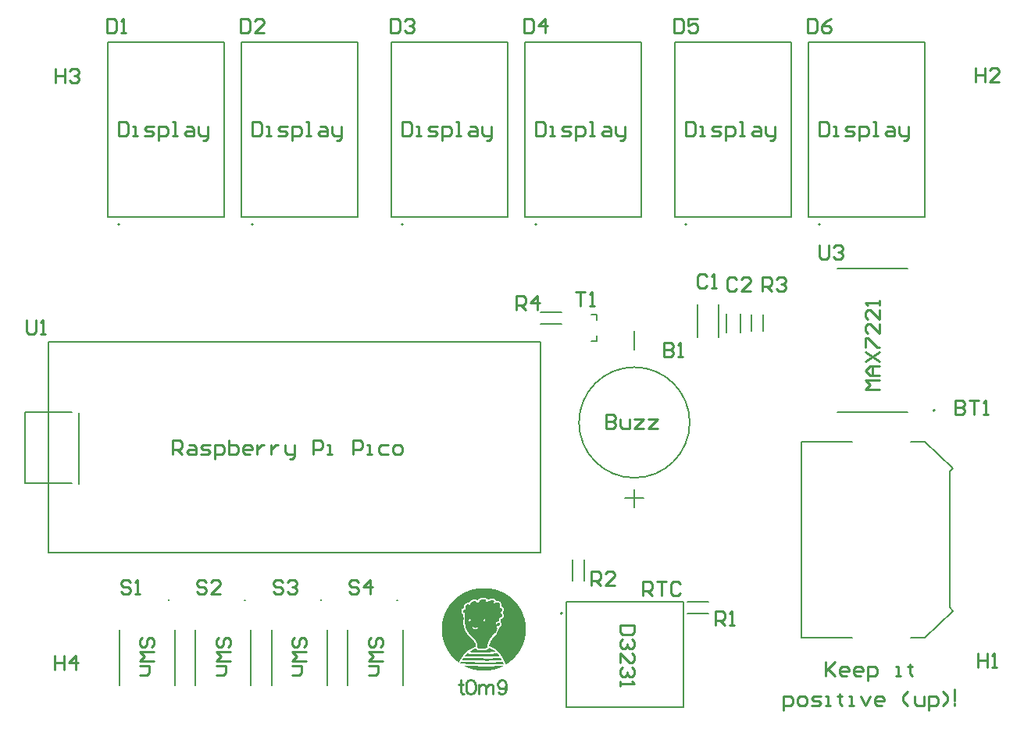
<source format=gto>
G04*
G04 #@! TF.GenerationSoftware,Altium Limited,Altium Designer,25.8.1 (18)*
G04*
G04 Layer_Color=65535*
%FSLAX25Y25*%
%MOIN*%
G70*
G04*
G04 #@! TF.SameCoordinates,88319C62-EFB5-4932-9794-969BEDCF7067*
G04*
G04*
G04 #@! TF.FilePolarity,Positive*
G04*
G01*
G75*
%ADD10C,0.00787*%
%ADD11C,0.00500*%
%ADD12C,0.00600*%
%ADD13C,0.01000*%
G36*
X295877Y222471D02*
X296090D01*
Y222429D01*
X296217D01*
Y222386D01*
X296302D01*
Y222344D01*
X296387D01*
Y222301D01*
X296430D01*
Y222259D01*
X296472D01*
Y222216D01*
X296557D01*
Y222131D01*
X296600D01*
Y222089D01*
X296642D01*
Y221792D01*
X296600D01*
Y221622D01*
X296557D01*
Y221494D01*
X296600D01*
Y221409D01*
X296642D01*
Y221367D01*
X296685D01*
Y221324D01*
X296727D01*
Y221282D01*
X297067D01*
Y221324D01*
X297109D01*
Y221367D01*
X297194D01*
Y221409D01*
X297237D01*
Y221452D01*
X297322D01*
Y221494D01*
X297364D01*
Y221537D01*
X297449D01*
Y221579D01*
X297534D01*
Y221622D01*
X297619D01*
Y221664D01*
X297704D01*
Y221707D01*
X297832D01*
Y221749D01*
X297959D01*
Y221792D01*
X298129D01*
Y221834D01*
X298299D01*
Y221877D01*
X298469D01*
Y221919D01*
X298724D01*
Y221961D01*
X299021D01*
Y222004D01*
X299828D01*
Y221961D01*
X299998D01*
Y221919D01*
X300041D01*
Y221877D01*
X300083D01*
Y221834D01*
X300126D01*
Y221579D01*
X300083D01*
Y221452D01*
X300041D01*
Y221324D01*
X299998D01*
Y221027D01*
X300041D01*
Y220942D01*
X300083D01*
Y220899D01*
X300126D01*
Y220857D01*
X300295D01*
Y220814D01*
X300338D01*
Y220857D01*
X300508D01*
Y220899D01*
X300593D01*
Y220942D01*
X300678D01*
Y220984D01*
X300763D01*
Y221027D01*
X300890D01*
Y221069D01*
X301060D01*
Y221112D01*
X301230D01*
Y221154D01*
X301697D01*
Y221112D01*
X301867D01*
Y221069D01*
X301995D01*
Y221027D01*
X302080D01*
Y220984D01*
X302122D01*
Y220942D01*
X302207D01*
Y220899D01*
X302250D01*
Y220857D01*
X302292D01*
Y220814D01*
X302334D01*
Y220729D01*
X302377D01*
Y220687D01*
X302419D01*
Y220602D01*
X302462D01*
Y220475D01*
X302504D01*
Y220347D01*
X302547D01*
Y219625D01*
X302504D01*
Y219455D01*
X302462D01*
Y219073D01*
X302504D01*
Y218988D01*
X302547D01*
Y218945D01*
X302632D01*
Y218903D01*
X302759D01*
Y218860D01*
X303014D01*
Y218818D01*
X303142D01*
Y218775D01*
X303227D01*
Y218733D01*
X303311D01*
Y218690D01*
X303354D01*
Y218648D01*
X303397D01*
Y218605D01*
X303439D01*
Y218520D01*
X303481D01*
Y218436D01*
X303524D01*
Y218308D01*
X303566D01*
Y217756D01*
X303524D01*
Y217586D01*
X303481D01*
Y217501D01*
X303439D01*
Y217416D01*
X303397D01*
Y217331D01*
X303354D01*
Y217246D01*
X303311D01*
Y217204D01*
X303269D01*
Y217161D01*
X303227D01*
Y217119D01*
X303184D01*
Y217076D01*
X303142D01*
Y217034D01*
X303099D01*
Y216991D01*
X303057D01*
Y216949D01*
X303014D01*
Y216906D01*
X302972D01*
Y216864D01*
X302929D01*
Y216779D01*
X302887D01*
Y216566D01*
X302929D01*
Y216481D01*
X302972D01*
Y216439D01*
X303014D01*
Y216396D01*
X303099D01*
Y216354D01*
X303142D01*
Y216312D01*
X303227D01*
Y216269D01*
X303269D01*
Y216227D01*
X303311D01*
Y216184D01*
X303354D01*
Y216142D01*
X303397D01*
Y216099D01*
X303439D01*
Y216014D01*
X303481D01*
Y215972D01*
X303524D01*
Y215844D01*
X303566D01*
Y215419D01*
X303524D01*
Y215292D01*
X303481D01*
Y215207D01*
X303439D01*
Y215165D01*
X303397D01*
Y215080D01*
X303354D01*
Y215037D01*
X303311D01*
Y214995D01*
X303269D01*
Y214952D01*
X303227D01*
Y214910D01*
X303184D01*
Y214867D01*
X303099D01*
Y214825D01*
X303057D01*
Y214782D01*
X302972D01*
Y214740D01*
X302887D01*
Y214697D01*
X302802D01*
Y214655D01*
X302717D01*
Y214612D01*
X302632D01*
Y214570D01*
X302462D01*
Y214527D01*
X302334D01*
Y214485D01*
X302292D01*
Y214442D01*
X302250D01*
Y214357D01*
X302207D01*
Y214103D01*
X302250D01*
Y214018D01*
X302292D01*
Y213975D01*
X302334D01*
Y213933D01*
X302377D01*
Y213890D01*
X302419D01*
Y213040D01*
X302334D01*
Y213083D01*
X301867D01*
Y213040D01*
X301697D01*
Y212998D01*
X301612D01*
Y212956D01*
X301485D01*
Y212913D01*
X301400D01*
Y212871D01*
X301357D01*
Y212828D01*
X301273D01*
Y212786D01*
X301230D01*
Y212743D01*
X301187D01*
Y212701D01*
X301145D01*
Y212658D01*
X301102D01*
Y212616D01*
X301060D01*
Y212573D01*
X301018D01*
Y212488D01*
X300975D01*
Y212446D01*
X300933D01*
Y212361D01*
X300890D01*
Y212276D01*
X300848D01*
Y212191D01*
X300805D01*
Y211894D01*
X300848D01*
Y211851D01*
X300890D01*
Y211809D01*
X300933D01*
Y211766D01*
X300975D01*
Y211724D01*
X301273D01*
Y211766D01*
X301357D01*
Y211809D01*
X301400D01*
Y211851D01*
X301442D01*
Y211936D01*
X301485D01*
Y211979D01*
X301527D01*
Y212064D01*
X301570D01*
Y212148D01*
X301612D01*
Y212191D01*
X301655D01*
Y212233D01*
X301697D01*
Y212276D01*
X301740D01*
Y212318D01*
X301782D01*
Y212361D01*
X301910D01*
Y212403D01*
X302250D01*
Y212361D01*
X302334D01*
Y212318D01*
X302377D01*
Y212276D01*
X302462D01*
Y212191D01*
X302504D01*
Y212106D01*
X302547D01*
Y211979D01*
X302589D01*
Y211681D01*
X302547D01*
Y211511D01*
X302504D01*
Y211426D01*
X302462D01*
Y211341D01*
X302419D01*
Y211256D01*
X302377D01*
Y211214D01*
X302334D01*
Y211171D01*
X302292D01*
Y211129D01*
X302250D01*
Y211086D01*
X302207D01*
Y211044D01*
X302122D01*
Y211001D01*
X302037D01*
Y210959D01*
X301527D01*
Y211001D01*
X301485D01*
Y210959D01*
X301400D01*
Y210916D01*
X301357D01*
Y210874D01*
X301315D01*
Y210747D01*
X301273D01*
Y210449D01*
X301315D01*
Y210364D01*
X301357D01*
Y210322D01*
X301400D01*
Y210279D01*
X301442D01*
Y210237D01*
X301570D01*
Y210194D01*
X301612D01*
Y210024D01*
X301570D01*
Y209855D01*
X301527D01*
Y209727D01*
X301485D01*
Y209600D01*
X301442D01*
Y209472D01*
X301400D01*
Y209345D01*
X301357D01*
Y209260D01*
X301315D01*
Y209132D01*
X301273D01*
Y209047D01*
X301230D01*
Y208920D01*
X301187D01*
Y208835D01*
X301145D01*
Y208750D01*
X301102D01*
Y208665D01*
X301060D01*
Y208538D01*
X301018D01*
Y208453D01*
X300975D01*
Y208368D01*
X300933D01*
Y208283D01*
X300890D01*
Y208155D01*
X300848D01*
Y208113D01*
X300805D01*
Y208070D01*
X300635D01*
Y208028D01*
X300550D01*
Y207985D01*
X300465D01*
Y207943D01*
X300423D01*
Y207900D01*
X300380D01*
Y207858D01*
X300338D01*
Y207815D01*
X300295D01*
Y207773D01*
X300253D01*
Y207731D01*
X300210D01*
Y207688D01*
X300168D01*
Y207646D01*
X300126D01*
Y207603D01*
X300083D01*
Y207561D01*
X300041D01*
Y207518D01*
X299998D01*
Y207476D01*
X299956D01*
Y207433D01*
X299913D01*
Y207391D01*
X299871D01*
Y207348D01*
X299828D01*
Y207306D01*
X299786D01*
Y207263D01*
X299743D01*
Y207221D01*
X299701D01*
Y207178D01*
X299658D01*
Y207136D01*
X299616D01*
Y207093D01*
X299573D01*
Y207051D01*
X299531D01*
Y207008D01*
X299488D01*
Y206966D01*
X299446D01*
Y206923D01*
X299403D01*
Y206881D01*
X299361D01*
Y206796D01*
X299318D01*
Y206753D01*
X299276D01*
Y206711D01*
X299233D01*
Y206668D01*
X299191D01*
Y206626D01*
X299148D01*
Y206583D01*
X299106D01*
Y206499D01*
X299063D01*
Y206456D01*
X299021D01*
Y206414D01*
X298978D01*
Y206371D01*
X298936D01*
Y206286D01*
X298894D01*
Y206244D01*
X298851D01*
Y206201D01*
X298809D01*
Y206116D01*
X298766D01*
Y206074D01*
X298724D01*
Y205989D01*
X298681D01*
Y205946D01*
X298639D01*
Y205861D01*
X298596D01*
Y205819D01*
X298554D01*
Y205734D01*
X298511D01*
Y205691D01*
X298469D01*
Y205606D01*
X298426D01*
Y205564D01*
X298384D01*
Y205479D01*
X298341D01*
Y205394D01*
X298299D01*
Y205309D01*
X298256D01*
Y205224D01*
X298214D01*
Y205182D01*
X298171D01*
Y205097D01*
X298129D01*
Y205012D01*
X298086D01*
Y204927D01*
X298044D01*
Y204842D01*
X298002D01*
Y204757D01*
X297959D01*
Y204672D01*
X297917D01*
Y204587D01*
X297874D01*
Y204460D01*
X297832D01*
Y204375D01*
X297789D01*
Y204290D01*
X297747D01*
Y204162D01*
X297704D01*
Y204077D01*
X297662D01*
Y203950D01*
X297619D01*
Y203822D01*
X297577D01*
Y203695D01*
X297534D01*
Y203567D01*
X297492D01*
Y203440D01*
X297449D01*
Y203312D01*
X297407D01*
Y203185D01*
X297364D01*
Y203015D01*
X297322D01*
Y202845D01*
X297279D01*
Y202675D01*
X297237D01*
Y202420D01*
X297194D01*
Y202166D01*
X297152D01*
Y201826D01*
X297109D01*
Y201783D01*
X297067D01*
Y201741D01*
X296982D01*
Y201698D01*
X296854D01*
Y201656D01*
X296727D01*
Y201613D01*
X296600D01*
Y201571D01*
X296430D01*
Y201528D01*
X296260D01*
Y201486D01*
X296005D01*
Y201443D01*
X295750D01*
Y201401D01*
X295410D01*
Y201358D01*
X294391D01*
Y201401D01*
X294051D01*
Y201443D01*
X293838D01*
Y201486D01*
X293669D01*
Y201528D01*
X293541D01*
Y201571D01*
X293456D01*
Y201613D01*
X293329D01*
Y201656D01*
X293244D01*
Y201698D01*
X293201D01*
Y201741D01*
X293159D01*
Y201783D01*
X293116D01*
Y201826D01*
X293074D01*
Y202888D01*
X293031D01*
Y203143D01*
X292989D01*
Y203355D01*
X292946D01*
Y203482D01*
X292904D01*
Y203610D01*
X292861D01*
Y203737D01*
X292819D01*
Y203865D01*
X292776D01*
Y203950D01*
X292734D01*
Y204077D01*
X292691D01*
Y204162D01*
X292649D01*
Y204247D01*
X292606D01*
Y204332D01*
X292564D01*
Y204375D01*
X292522D01*
Y204460D01*
X292479D01*
Y204544D01*
X292437D01*
Y204629D01*
X292394D01*
Y204672D01*
X292352D01*
Y204757D01*
X292309D01*
Y204799D01*
X292267D01*
Y204884D01*
X292224D01*
Y204927D01*
X292182D01*
Y204969D01*
X292139D01*
Y205054D01*
X292097D01*
Y205097D01*
X292054D01*
Y205139D01*
X292012D01*
Y205224D01*
X291969D01*
Y205267D01*
X291927D01*
Y205309D01*
X291884D01*
Y205352D01*
X291842D01*
Y205436D01*
X291799D01*
Y205479D01*
X291757D01*
Y205521D01*
X291714D01*
Y205564D01*
X291672D01*
Y205606D01*
X291629D01*
Y205649D01*
X291587D01*
Y205691D01*
X291544D01*
Y205776D01*
X291502D01*
Y205819D01*
X291459D01*
Y205861D01*
X291417D01*
Y205904D01*
X291374D01*
Y205946D01*
X291332D01*
Y205989D01*
X291290D01*
Y206031D01*
X291247D01*
Y206074D01*
X291205D01*
Y206116D01*
X291162D01*
Y206159D01*
X291120D01*
Y206201D01*
X291077D01*
Y206244D01*
X291035D01*
Y206286D01*
X290992D01*
Y206329D01*
X290950D01*
Y206371D01*
X290907D01*
Y206414D01*
X290865D01*
Y206456D01*
X290822D01*
Y206499D01*
X290780D01*
Y206541D01*
X290737D01*
Y206583D01*
X290695D01*
Y206626D01*
X290652D01*
Y206668D01*
X290610D01*
Y206711D01*
X290567D01*
Y206753D01*
X290525D01*
Y206796D01*
X290482D01*
Y206838D01*
X290440D01*
Y206881D01*
X290398D01*
Y206923D01*
X290355D01*
Y206966D01*
X290313D01*
Y207008D01*
X290270D01*
Y207051D01*
X290228D01*
Y207093D01*
X290185D01*
Y207136D01*
X290143D01*
Y207178D01*
X290100D01*
Y207221D01*
X290058D01*
Y207263D01*
X290015D01*
Y207306D01*
X289973D01*
Y207348D01*
X289930D01*
Y207391D01*
X289888D01*
Y207433D01*
X289845D01*
Y207476D01*
X289803D01*
Y207518D01*
X289760D01*
Y207561D01*
X289718D01*
Y207603D01*
X289675D01*
Y207688D01*
X289633D01*
Y207731D01*
X289590D01*
Y207773D01*
X289548D01*
Y207815D01*
X289505D01*
Y207858D01*
X289463D01*
Y207900D01*
X289420D01*
Y207985D01*
X289378D01*
Y208028D01*
X289335D01*
Y208070D01*
X289293D01*
Y208113D01*
X289250D01*
Y208198D01*
X289208D01*
Y208240D01*
X289165D01*
Y208325D01*
X289123D01*
Y208368D01*
X289081D01*
Y208410D01*
X289038D01*
Y208495D01*
X288996D01*
Y208538D01*
X288953D01*
Y208623D01*
X288911D01*
Y208665D01*
X288868D01*
Y208750D01*
X288826D01*
Y208792D01*
X288783D01*
Y208877D01*
X288741D01*
Y208962D01*
X288698D01*
Y209005D01*
X288656D01*
Y209090D01*
X288613D01*
Y209175D01*
X288571D01*
Y209260D01*
X288528D01*
Y209345D01*
X288486D01*
Y209430D01*
X288443D01*
Y209515D01*
X288401D01*
Y209600D01*
X288358D01*
Y209685D01*
X288316D01*
Y209812D01*
X288273D01*
Y209897D01*
X288231D01*
Y210024D01*
X288189D01*
Y210109D01*
X288146D01*
Y210237D01*
X288104D01*
Y210364D01*
X288061D01*
Y210534D01*
X288019D01*
Y210662D01*
X287976D01*
Y210831D01*
X287934D01*
Y211001D01*
X287891D01*
Y211214D01*
X287849D01*
Y211426D01*
X287806D01*
Y211724D01*
X287764D01*
Y212106D01*
X287721D01*
Y213635D01*
X287679D01*
Y214060D01*
X287636D01*
Y214188D01*
X287679D01*
Y216142D01*
X287721D01*
Y216439D01*
X287679D01*
Y216524D01*
X287636D01*
Y216566D01*
X287594D01*
Y216609D01*
X287509D01*
Y216651D01*
X287424D01*
Y216694D01*
X287339D01*
Y216736D01*
X287254D01*
Y216779D01*
X287211D01*
Y216821D01*
X287169D01*
Y216864D01*
X287126D01*
Y216906D01*
X287084D01*
Y216949D01*
X287041D01*
Y217034D01*
X286999D01*
Y217076D01*
X286957D01*
Y217204D01*
X286914D01*
Y217373D01*
X286872D01*
Y217459D01*
X286914D01*
Y217671D01*
X286957D01*
Y217713D01*
X286999D01*
Y217798D01*
X287041D01*
Y217841D01*
X287084D01*
Y217883D01*
X287169D01*
Y217926D01*
X287296D01*
Y217968D01*
X287509D01*
Y217926D01*
X287934D01*
Y217968D01*
X287976D01*
Y218011D01*
X288019D01*
Y218181D01*
X287976D01*
Y218393D01*
X287934D01*
Y218563D01*
X287891D01*
Y219115D01*
X287934D01*
Y219285D01*
X287976D01*
Y219413D01*
X288019D01*
Y219540D01*
X288061D01*
Y219625D01*
X288104D01*
Y219710D01*
X288146D01*
Y219752D01*
X288189D01*
Y219837D01*
X288231D01*
Y219880D01*
X288273D01*
Y219922D01*
X288316D01*
Y219965D01*
X288358D01*
Y220007D01*
X288401D01*
Y220050D01*
X288443D01*
Y220092D01*
X288486D01*
Y220135D01*
X288528D01*
Y220177D01*
X288613D01*
Y220220D01*
X288698D01*
Y220262D01*
X288783D01*
Y220305D01*
X289123D01*
Y220262D01*
X289208D01*
Y220220D01*
X289293D01*
Y220177D01*
X289335D01*
Y220135D01*
X289378D01*
Y220050D01*
X289420D01*
Y220007D01*
X289505D01*
Y219965D01*
X289718D01*
Y220007D01*
X289803D01*
Y220050D01*
X289845D01*
Y220092D01*
X289888D01*
Y220177D01*
X289930D01*
Y220305D01*
X289973D01*
Y220390D01*
X290015D01*
Y220475D01*
X290058D01*
Y220560D01*
X290100D01*
Y220644D01*
X290143D01*
Y220687D01*
X290185D01*
Y220772D01*
X290228D01*
Y220814D01*
X290270D01*
Y220899D01*
X290313D01*
Y220942D01*
X290355D01*
Y220984D01*
X290398D01*
Y221027D01*
X290440D01*
Y221069D01*
X290482D01*
Y221112D01*
X290525D01*
Y221154D01*
X290567D01*
Y221197D01*
X290610D01*
Y221239D01*
X290652D01*
Y221282D01*
X290695D01*
Y221324D01*
X290737D01*
Y221367D01*
X290822D01*
Y221409D01*
X290865D01*
Y221452D01*
X290950D01*
Y221494D01*
X291035D01*
Y221537D01*
X291120D01*
Y221579D01*
X291205D01*
Y221622D01*
X291332D01*
Y221664D01*
X291502D01*
Y221707D01*
X292012D01*
Y221664D01*
X292182D01*
Y221622D01*
X292309D01*
Y221579D01*
X292394D01*
Y221537D01*
X292479D01*
Y221494D01*
X292522D01*
Y221452D01*
X292606D01*
Y221409D01*
X292649D01*
Y221367D01*
X292691D01*
Y221324D01*
X292734D01*
Y221282D01*
X292776D01*
Y221239D01*
X292819D01*
Y221197D01*
X292861D01*
Y221154D01*
X292904D01*
Y221112D01*
X292946D01*
Y221069D01*
X292989D01*
Y221027D01*
X293074D01*
Y220984D01*
X293329D01*
Y221027D01*
X293414D01*
Y221069D01*
X293456D01*
Y221112D01*
X293498D01*
Y221197D01*
X293541D01*
Y221282D01*
X293583D01*
Y221367D01*
X293626D01*
Y221409D01*
X293669D01*
Y221452D01*
X293711D01*
Y221537D01*
X293753D01*
Y221579D01*
X293796D01*
Y221622D01*
X293838D01*
Y221664D01*
X293881D01*
Y221707D01*
X293923D01*
Y221749D01*
X293966D01*
Y221792D01*
X294008D01*
Y221834D01*
X294051D01*
Y221877D01*
X294093D01*
Y221919D01*
X294136D01*
Y221961D01*
X294178D01*
Y222004D01*
X294263D01*
Y222046D01*
X294306D01*
Y222089D01*
X294391D01*
Y222131D01*
X294433D01*
Y222174D01*
X294518D01*
Y222216D01*
X294603D01*
Y222259D01*
X294730D01*
Y222301D01*
X294815D01*
Y222344D01*
X294900D01*
Y222386D01*
X295028D01*
Y222429D01*
X295198D01*
Y222471D01*
X295368D01*
Y222514D01*
X295877D01*
Y222471D01*
D02*
G37*
G36*
X298044Y201698D02*
X298171D01*
Y201656D01*
X298299D01*
Y201613D01*
X298384D01*
Y201571D01*
X298511D01*
Y201528D01*
X298596D01*
Y201486D01*
X298681D01*
Y201443D01*
X298766D01*
Y201401D01*
X298851D01*
Y201358D01*
X298936D01*
Y201316D01*
X299021D01*
Y201273D01*
X299106D01*
Y201231D01*
X299191D01*
Y201188D01*
X299276D01*
Y201146D01*
X299361D01*
Y201103D01*
X299403D01*
Y201061D01*
X299488D01*
Y201019D01*
X299573D01*
Y200976D01*
X299616D01*
Y200934D01*
X299701D01*
Y200891D01*
X299786D01*
Y200849D01*
X299828D01*
Y200806D01*
X299913D01*
Y200764D01*
X299956D01*
Y200721D01*
X300041D01*
Y200679D01*
X300083D01*
Y200636D01*
X300168D01*
Y200594D01*
X300210D01*
Y200551D01*
X300253D01*
Y200509D01*
X300338D01*
Y200466D01*
X300380D01*
Y200424D01*
X300423D01*
Y200381D01*
X300465D01*
Y200339D01*
X300550D01*
Y200296D01*
X300593D01*
Y200254D01*
X300635D01*
Y200211D01*
X300678D01*
Y200169D01*
X300720D01*
Y200127D01*
X300763D01*
Y200084D01*
X300805D01*
Y200042D01*
X300848D01*
Y199999D01*
X299871D01*
Y199957D01*
X298681D01*
Y199914D01*
X290228D01*
Y199957D01*
X289590D01*
Y199999D01*
X289633D01*
Y200042D01*
X289675D01*
Y200084D01*
X289760D01*
Y200127D01*
X289803D01*
Y200169D01*
X289888D01*
Y200211D01*
X289930D01*
Y200254D01*
X290015D01*
Y200296D01*
X290058D01*
Y200339D01*
X290143D01*
Y200381D01*
X290185D01*
Y200424D01*
X290270D01*
Y200466D01*
X290355D01*
Y200509D01*
X290398D01*
Y200551D01*
X290482D01*
Y200594D01*
X290567D01*
Y200636D01*
X290610D01*
Y200679D01*
X290695D01*
Y200721D01*
X290780D01*
Y200764D01*
X290865D01*
Y200806D01*
X290907D01*
Y200849D01*
X290992D01*
Y200891D01*
X291077D01*
Y200934D01*
X291162D01*
Y200976D01*
X291247D01*
Y201019D01*
X291290D01*
Y201061D01*
X291417D01*
Y201103D01*
X291459D01*
Y201146D01*
X291544D01*
Y201188D01*
X291629D01*
Y201231D01*
X291714D01*
Y201273D01*
X291842D01*
Y201316D01*
X291927D01*
Y201358D01*
X292012D01*
Y201401D01*
X292097D01*
Y201443D01*
X292182D01*
Y201486D01*
X292309D01*
Y201528D01*
X292352D01*
Y201486D01*
X292394D01*
Y201401D01*
X292437D01*
Y201316D01*
X292479D01*
Y201273D01*
X292522D01*
Y201231D01*
X292564D01*
Y201188D01*
X292606D01*
Y201146D01*
X292691D01*
Y201103D01*
X292734D01*
Y201061D01*
X292819D01*
Y201019D01*
X292861D01*
Y200976D01*
X292946D01*
Y200934D01*
X293031D01*
Y200891D01*
X293159D01*
Y200849D01*
X293244D01*
Y200806D01*
X293371D01*
Y200764D01*
X293541D01*
Y200721D01*
X293711D01*
Y200679D01*
X293923D01*
Y200636D01*
X294221D01*
Y200594D01*
X295538D01*
Y200636D01*
X295920D01*
Y200679D01*
X296175D01*
Y200721D01*
X296387D01*
Y200764D01*
X296600D01*
Y200806D01*
X296727D01*
Y200849D01*
X296897D01*
Y200891D01*
X297024D01*
Y200934D01*
X297109D01*
Y200976D01*
X297237D01*
Y201019D01*
X297322D01*
Y201061D01*
X297407D01*
Y201103D01*
X297492D01*
Y201146D01*
X297577D01*
Y201188D01*
X297662D01*
Y201231D01*
X297704D01*
Y201273D01*
X297747D01*
Y201316D01*
X297789D01*
Y201358D01*
X297832D01*
Y201443D01*
X297874D01*
Y201571D01*
X297917D01*
Y201741D01*
X298044D01*
Y201698D01*
D02*
G37*
G36*
X301527Y199319D02*
X301570D01*
Y199277D01*
X301612D01*
Y199234D01*
X301655D01*
Y199192D01*
X301697D01*
Y199149D01*
X301740D01*
Y199107D01*
X301782D01*
Y199065D01*
X301825D01*
Y199022D01*
X301867D01*
Y198937D01*
X301910D01*
Y198895D01*
X301952D01*
Y198852D01*
X301995D01*
Y198810D01*
X302037D01*
Y198767D01*
X302080D01*
Y198682D01*
X302122D01*
Y198640D01*
X302165D01*
Y198597D01*
X302207D01*
Y198512D01*
X302250D01*
Y198470D01*
X302292D01*
Y198385D01*
X302334D01*
Y198342D01*
X302377D01*
Y198300D01*
X302419D01*
Y198215D01*
X302462D01*
Y198130D01*
X302207D01*
Y198087D01*
X301315D01*
Y198045D01*
X300083D01*
Y198002D01*
X294391D01*
Y198045D01*
X292691D01*
Y198087D01*
X291374D01*
Y198130D01*
X290185D01*
Y198172D01*
X287721D01*
Y198257D01*
X287764D01*
Y198300D01*
X287806D01*
Y198342D01*
X287849D01*
Y198385D01*
X287891D01*
Y198427D01*
X287934D01*
Y198512D01*
X287976D01*
Y198555D01*
X288019D01*
Y198597D01*
X288061D01*
Y198640D01*
X288104D01*
Y198682D01*
X288146D01*
Y198725D01*
X288189D01*
Y198767D01*
X288231D01*
Y198810D01*
X288273D01*
Y198852D01*
X288316D01*
Y198895D01*
X288358D01*
Y198937D01*
X288401D01*
Y198979D01*
X288443D01*
Y199022D01*
X288486D01*
Y199065D01*
X288528D01*
Y199107D01*
X288571D01*
Y199149D01*
X288656D01*
Y199192D01*
X288698D01*
Y199234D01*
X288741D01*
Y199277D01*
X289165D01*
Y199234D01*
X290482D01*
Y199192D01*
X294093D01*
Y199149D01*
X297959D01*
Y199192D01*
X299318D01*
Y199234D01*
X299956D01*
Y199277D01*
X300550D01*
Y199319D01*
X301145D01*
Y199362D01*
X301527D01*
Y199319D01*
D02*
G37*
G36*
X287551Y197493D02*
X288443D01*
Y197450D01*
X290100D01*
Y197408D01*
X291162D01*
Y197365D01*
X292394D01*
Y197323D01*
X293711D01*
Y197280D01*
X295495D01*
Y197238D01*
X299786D01*
Y197280D01*
X301018D01*
Y197323D01*
X301910D01*
Y197365D01*
X302717D01*
Y197408D01*
X302972D01*
Y197323D01*
X303014D01*
Y197280D01*
X303057D01*
Y197195D01*
X303099D01*
Y197110D01*
X303142D01*
Y197025D01*
X303184D01*
Y196940D01*
X303227D01*
Y196898D01*
X303269D01*
Y196813D01*
X303311D01*
Y196728D01*
X303354D01*
Y196643D01*
X303397D01*
Y196516D01*
X303439D01*
Y196431D01*
X302674D01*
Y196388D01*
X301740D01*
Y196346D01*
X300805D01*
Y196303D01*
X299531D01*
Y196261D01*
X297959D01*
Y196218D01*
X296217D01*
Y196261D01*
X293711D01*
Y196303D01*
X292139D01*
Y196346D01*
X290992D01*
Y196388D01*
X289973D01*
Y196431D01*
X289123D01*
Y196473D01*
X288104D01*
Y196516D01*
X287126D01*
Y196558D01*
X286489D01*
Y196601D01*
X286532D01*
Y196643D01*
X286574D01*
Y196728D01*
X286617D01*
Y196813D01*
X286659D01*
Y196855D01*
X286702D01*
Y196940D01*
X286744D01*
Y196983D01*
X286787D01*
Y197068D01*
X286829D01*
Y197110D01*
X286872D01*
Y197195D01*
X286914D01*
Y197238D01*
X286957D01*
Y197280D01*
X286999D01*
Y197323D01*
X287041D01*
Y197408D01*
X287084D01*
Y197450D01*
X287126D01*
Y197493D01*
X287169D01*
Y197535D01*
X287551D01*
Y197493D01*
D02*
G37*
G36*
X297152Y227186D02*
X297704D01*
Y227144D01*
X298086D01*
Y227102D01*
X298426D01*
Y227059D01*
X298724D01*
Y227017D01*
X298978D01*
Y226974D01*
X299191D01*
Y226932D01*
X299446D01*
Y226889D01*
X299658D01*
Y226847D01*
X299871D01*
Y226804D01*
X300041D01*
Y226762D01*
X300210D01*
Y226719D01*
X300380D01*
Y226677D01*
X300550D01*
Y226634D01*
X300720D01*
Y226592D01*
X300848D01*
Y226549D01*
X301018D01*
Y226507D01*
X301145D01*
Y226464D01*
X301273D01*
Y226422D01*
X301400D01*
Y226379D01*
X301527D01*
Y226337D01*
X301655D01*
Y226294D01*
X301782D01*
Y226252D01*
X301910D01*
Y226209D01*
X302037D01*
Y226167D01*
X302165D01*
Y226125D01*
X302250D01*
Y226082D01*
X302377D01*
Y226040D01*
X302504D01*
Y225997D01*
X302589D01*
Y225955D01*
X302717D01*
Y225912D01*
X302802D01*
Y225870D01*
X302887D01*
Y225827D01*
X303014D01*
Y225785D01*
X303099D01*
Y225742D01*
X303184D01*
Y225700D01*
X303311D01*
Y225657D01*
X303397D01*
Y225615D01*
X303481D01*
Y225572D01*
X303566D01*
Y225530D01*
X303651D01*
Y225487D01*
X303736D01*
Y225445D01*
X303821D01*
Y225402D01*
X303906D01*
Y225360D01*
X303991D01*
Y225317D01*
X304076D01*
Y225275D01*
X304161D01*
Y225232D01*
X304246D01*
Y225190D01*
X304331D01*
Y225148D01*
X304416D01*
Y225105D01*
X304501D01*
Y225062D01*
X304586D01*
Y225020D01*
X304671D01*
Y224977D01*
X304713D01*
Y224935D01*
X304798D01*
Y224893D01*
X304883D01*
Y224850D01*
X304968D01*
Y224808D01*
X305011D01*
Y224765D01*
X305096D01*
Y224723D01*
X305181D01*
Y224680D01*
X305223D01*
Y224638D01*
X305308D01*
Y224595D01*
X305393D01*
Y224553D01*
X305436D01*
Y224510D01*
X305521D01*
Y224468D01*
X305563D01*
Y224425D01*
X305648D01*
Y224383D01*
X305733D01*
Y224340D01*
X305775D01*
Y224298D01*
X305860D01*
Y224255D01*
X305903D01*
Y224213D01*
X305988D01*
Y224170D01*
X306030D01*
Y224128D01*
X306115D01*
Y224085D01*
X306158D01*
Y224043D01*
X306200D01*
Y224001D01*
X306285D01*
Y223958D01*
X306328D01*
Y223916D01*
X306413D01*
Y223873D01*
X306455D01*
Y223831D01*
X306498D01*
Y223788D01*
X306582D01*
Y223746D01*
X306625D01*
Y223703D01*
X306710D01*
Y223661D01*
X306752D01*
Y223618D01*
X306795D01*
Y223576D01*
X306880D01*
Y223533D01*
X306922D01*
Y223491D01*
X306965D01*
Y223448D01*
X307007D01*
Y223406D01*
X307092D01*
Y223363D01*
X307135D01*
Y223321D01*
X307177D01*
Y223278D01*
X307220D01*
Y223236D01*
X307305D01*
Y223193D01*
X307347D01*
Y223151D01*
X307390D01*
Y223108D01*
X307432D01*
Y223066D01*
X307475D01*
Y223023D01*
X307560D01*
Y222981D01*
X307602D01*
Y222938D01*
X307645D01*
Y222896D01*
X307687D01*
Y222853D01*
X307730D01*
Y222811D01*
X307772D01*
Y222769D01*
X307857D01*
Y222726D01*
X307899D01*
Y222684D01*
X307942D01*
Y222641D01*
X307984D01*
Y222599D01*
X308027D01*
Y222556D01*
X308069D01*
Y222514D01*
X308112D01*
Y222471D01*
X308154D01*
Y222429D01*
X308197D01*
Y222386D01*
X308239D01*
Y222344D01*
X308282D01*
Y222301D01*
X308324D01*
Y222259D01*
X308367D01*
Y222216D01*
X308409D01*
Y222174D01*
X308452D01*
Y222131D01*
X308494D01*
Y222089D01*
X308579D01*
Y222004D01*
X308664D01*
Y221919D01*
X308706D01*
Y221877D01*
X308749D01*
Y221834D01*
X308791D01*
Y221792D01*
X308834D01*
Y221749D01*
X308876D01*
Y221707D01*
X308919D01*
Y221664D01*
X308961D01*
Y221622D01*
X309004D01*
Y221579D01*
X309046D01*
Y221537D01*
X309089D01*
Y221494D01*
X309131D01*
Y221452D01*
X309174D01*
Y221409D01*
X309216D01*
Y221367D01*
X309259D01*
Y221282D01*
X309301D01*
Y221239D01*
X309344D01*
Y221197D01*
X309386D01*
Y221154D01*
X309429D01*
Y221112D01*
X309471D01*
Y221069D01*
X309514D01*
Y221027D01*
X309556D01*
Y220942D01*
X309599D01*
Y220899D01*
X309641D01*
Y220857D01*
X309684D01*
Y220814D01*
X309726D01*
Y220772D01*
X309769D01*
Y220687D01*
X309811D01*
Y220644D01*
X309854D01*
Y220602D01*
X309896D01*
Y220560D01*
X309939D01*
Y220475D01*
X309981D01*
Y220432D01*
X310023D01*
Y220390D01*
X310066D01*
Y220347D01*
X310108D01*
Y220262D01*
X310151D01*
Y220220D01*
X310193D01*
Y220177D01*
X310236D01*
Y220092D01*
X310278D01*
Y220050D01*
X310321D01*
Y220007D01*
X310363D01*
Y219922D01*
X310406D01*
Y219880D01*
X310448D01*
Y219837D01*
X310491D01*
Y219752D01*
X310533D01*
Y219710D01*
X310576D01*
Y219625D01*
X310618D01*
Y219583D01*
X310661D01*
Y219498D01*
X310703D01*
Y219455D01*
X310746D01*
Y219413D01*
X310788D01*
Y219328D01*
X310831D01*
Y219285D01*
X310873D01*
Y219200D01*
X310915D01*
Y219158D01*
X310958D01*
Y219073D01*
X311000D01*
Y218988D01*
X311043D01*
Y218945D01*
X311085D01*
Y218860D01*
X311128D01*
Y218818D01*
X311170D01*
Y218733D01*
X311213D01*
Y218648D01*
X311255D01*
Y218605D01*
X311298D01*
Y218520D01*
X311340D01*
Y218436D01*
X311383D01*
Y218351D01*
X311425D01*
Y218308D01*
X311468D01*
Y218223D01*
X311510D01*
Y218138D01*
X311553D01*
Y218053D01*
X311595D01*
Y218011D01*
X311638D01*
Y217926D01*
X311680D01*
Y217841D01*
X311723D01*
Y217756D01*
X311765D01*
Y217671D01*
X311808D01*
Y217586D01*
X311850D01*
Y217501D01*
X311893D01*
Y217416D01*
X311935D01*
Y217331D01*
X311978D01*
Y217246D01*
X312020D01*
Y217161D01*
X312063D01*
Y217076D01*
X312105D01*
Y216991D01*
X312147D01*
Y216906D01*
X312190D01*
Y216779D01*
X312232D01*
Y216694D01*
X312275D01*
Y216609D01*
X312317D01*
Y216481D01*
X312360D01*
Y216396D01*
X312402D01*
Y216312D01*
X312445D01*
Y216184D01*
X312487D01*
Y216099D01*
X312530D01*
Y215972D01*
X312572D01*
Y215887D01*
X312615D01*
Y215759D01*
X312657D01*
Y215632D01*
X312700D01*
Y215504D01*
X312742D01*
Y215377D01*
X312785D01*
Y215249D01*
X312827D01*
Y215122D01*
X312870D01*
Y214995D01*
X312912D01*
Y214867D01*
X312955D01*
Y214740D01*
X312997D01*
Y214570D01*
X313040D01*
Y214442D01*
X313082D01*
Y214272D01*
X313124D01*
Y214103D01*
X313167D01*
Y213933D01*
X313210D01*
Y213763D01*
X313252D01*
Y213593D01*
X313294D01*
Y213380D01*
X313337D01*
Y213168D01*
X313379D01*
Y212956D01*
X313422D01*
Y212701D01*
X313464D01*
Y212658D01*
Y212446D01*
X313507D01*
Y212191D01*
X313549D01*
Y211809D01*
X313592D01*
Y211426D01*
X313634D01*
Y210916D01*
X313677D01*
Y209812D01*
X313719D01*
Y209430D01*
X313677D01*
Y208410D01*
X313634D01*
Y207900D01*
X313592D01*
Y207518D01*
X313549D01*
Y207178D01*
X313507D01*
Y206923D01*
X313464D01*
Y206668D01*
X313422D01*
Y206414D01*
X313379D01*
Y206201D01*
X313337D01*
Y205989D01*
X313294D01*
Y205819D01*
X313252D01*
Y205606D01*
X313210D01*
Y205436D01*
X313167D01*
Y205267D01*
X313124D01*
Y205097D01*
X313082D01*
Y204969D01*
X313040D01*
Y204799D01*
X312997D01*
Y204672D01*
X312955D01*
Y204544D01*
X312912D01*
Y204375D01*
X312870D01*
Y204247D01*
X312827D01*
Y204120D01*
X312785D01*
Y203992D01*
X312742D01*
Y203865D01*
X312700D01*
Y203737D01*
X312657D01*
Y203652D01*
X312615D01*
Y203525D01*
X312572D01*
Y203397D01*
X312530D01*
Y203312D01*
X312487D01*
Y203185D01*
X312445D01*
Y203100D01*
X312402D01*
Y202973D01*
X312360D01*
Y202888D01*
X312317D01*
Y202803D01*
X312275D01*
Y202675D01*
X312232D01*
Y202590D01*
X312190D01*
Y202505D01*
X312147D01*
Y202420D01*
X312105D01*
Y202293D01*
X312063D01*
Y202208D01*
X312020D01*
Y202123D01*
X311978D01*
Y202038D01*
X311935D01*
Y201953D01*
X311893D01*
Y201868D01*
X311850D01*
Y201783D01*
X311808D01*
Y201698D01*
X311765D01*
Y201613D01*
X311723D01*
Y201528D01*
X311680D01*
Y201443D01*
X311638D01*
Y201401D01*
X311595D01*
Y201316D01*
X311553D01*
Y201231D01*
X311510D01*
Y201146D01*
X311468D01*
Y201061D01*
X311425D01*
Y201019D01*
X311383D01*
Y200934D01*
X311340D01*
Y200849D01*
X311298D01*
Y200806D01*
X311255D01*
Y200721D01*
X311213D01*
Y200636D01*
X311170D01*
Y200594D01*
X311128D01*
Y200509D01*
X311085D01*
Y200424D01*
X311043D01*
Y200381D01*
X311000D01*
Y200296D01*
X310958D01*
Y200254D01*
X310915D01*
Y200169D01*
X310873D01*
Y200127D01*
X310831D01*
Y200042D01*
X310788D01*
Y199999D01*
X310746D01*
Y199914D01*
X310703D01*
Y199872D01*
X310661D01*
Y199787D01*
X310618D01*
Y199744D01*
X310576D01*
Y199659D01*
X310533D01*
Y199617D01*
X310491D01*
Y199574D01*
X310448D01*
Y199489D01*
X310406D01*
Y199447D01*
X310363D01*
Y199362D01*
X310321D01*
Y199319D01*
X310278D01*
Y199277D01*
X310236D01*
Y199192D01*
X310193D01*
Y199149D01*
X310151D01*
Y199107D01*
X310108D01*
Y199022D01*
X310066D01*
Y198979D01*
X310023D01*
Y198937D01*
X309981D01*
Y198895D01*
X309939D01*
Y198810D01*
X309896D01*
Y198767D01*
X309854D01*
Y198725D01*
X309811D01*
Y198640D01*
X309769D01*
Y198597D01*
X309726D01*
Y198555D01*
X309684D01*
Y198512D01*
X309641D01*
Y198470D01*
X309599D01*
Y198385D01*
X309556D01*
Y198342D01*
X309514D01*
Y198300D01*
X309471D01*
Y198257D01*
X309429D01*
Y198215D01*
X309386D01*
Y198172D01*
X309344D01*
Y198087D01*
X309301D01*
Y198045D01*
X309259D01*
Y198002D01*
X309216D01*
Y197960D01*
X309174D01*
Y197917D01*
X309131D01*
Y197875D01*
X309089D01*
Y197833D01*
X309046D01*
Y197790D01*
X309004D01*
Y197748D01*
X308961D01*
Y197663D01*
X308919D01*
Y197620D01*
X308876D01*
Y197578D01*
X308834D01*
Y197535D01*
X308791D01*
Y197493D01*
X308749D01*
Y197450D01*
X308706D01*
Y197408D01*
X308664D01*
Y197365D01*
X308622D01*
Y197323D01*
X308579D01*
Y197280D01*
X308537D01*
Y197238D01*
X308494D01*
Y197195D01*
X308452D01*
Y197153D01*
X308409D01*
Y197110D01*
X308367D01*
Y197068D01*
X308324D01*
Y197025D01*
X308282D01*
Y196983D01*
X308239D01*
Y196940D01*
X308154D01*
Y196898D01*
X308112D01*
Y196855D01*
X308069D01*
Y196813D01*
X308027D01*
Y196771D01*
X307984D01*
Y196728D01*
X307942D01*
Y196686D01*
X307899D01*
Y196643D01*
X307857D01*
Y196601D01*
X307814D01*
Y196558D01*
X307772D01*
Y196516D01*
X307687D01*
Y196473D01*
X307645D01*
Y196431D01*
X307602D01*
Y196388D01*
X307560D01*
Y196346D01*
X307517D01*
Y196303D01*
X307475D01*
Y196261D01*
X307390D01*
Y196218D01*
X307347D01*
Y196176D01*
X307305D01*
Y196133D01*
X307262D01*
Y196091D01*
X307220D01*
Y196048D01*
X307135D01*
Y196006D01*
X307092D01*
Y195963D01*
X307050D01*
Y195921D01*
X307007D01*
Y195878D01*
X306922D01*
Y195836D01*
X306880D01*
Y195793D01*
X306837D01*
Y195751D01*
X306752D01*
Y195709D01*
X306710D01*
Y195666D01*
X306667D01*
Y195624D01*
X306582D01*
Y195581D01*
X306540D01*
Y195539D01*
X306498D01*
Y195496D01*
X306413D01*
Y195454D01*
X306370D01*
Y195411D01*
X306328D01*
Y195369D01*
X306243D01*
Y195326D01*
X306200D01*
Y195284D01*
X306158D01*
Y195241D01*
X306073D01*
Y195199D01*
X306030D01*
Y195156D01*
X305945D01*
Y195114D01*
X305903D01*
Y195071D01*
X305818D01*
Y195029D01*
X305775D01*
Y194986D01*
X305690D01*
Y194944D01*
X305648D01*
Y194901D01*
X305563D01*
Y194859D01*
X305521D01*
Y194816D01*
X305436D01*
Y194774D01*
X305393D01*
Y194731D01*
X305308D01*
Y194689D01*
X305223D01*
Y194647D01*
X305181D01*
Y194604D01*
X305096D01*
Y194647D01*
X305053D01*
Y194774D01*
X305011D01*
Y194901D01*
X304968D01*
Y194986D01*
X304926D01*
Y195114D01*
X304883D01*
Y195241D01*
X304841D01*
Y195326D01*
X304798D01*
Y195411D01*
X304756D01*
Y195539D01*
X304713D01*
Y195624D01*
X304671D01*
Y195709D01*
X304628D01*
Y195836D01*
X304586D01*
Y195921D01*
X304543D01*
Y196006D01*
X304501D01*
Y196091D01*
X304458D01*
Y196176D01*
X304416D01*
Y196261D01*
X304374D01*
Y196346D01*
X304331D01*
Y196431D01*
X304289D01*
Y196516D01*
X304246D01*
Y196601D01*
X304204D01*
Y196686D01*
X304161D01*
Y196771D01*
X304119D01*
Y196855D01*
X304076D01*
Y196940D01*
X304034D01*
Y197025D01*
X303991D01*
Y197110D01*
X303949D01*
Y197195D01*
X303906D01*
Y197280D01*
X303864D01*
Y197323D01*
X303821D01*
Y197408D01*
X303779D01*
Y197493D01*
X303736D01*
Y197578D01*
X303694D01*
Y197620D01*
X303651D01*
Y197705D01*
X303609D01*
Y197790D01*
X303566D01*
Y197833D01*
X303524D01*
Y197917D01*
X303481D01*
Y198002D01*
X303439D01*
Y198045D01*
X303397D01*
Y198130D01*
X303354D01*
Y198172D01*
X303311D01*
Y198257D01*
X303269D01*
Y198342D01*
X303227D01*
Y198385D01*
X303184D01*
Y198470D01*
X303142D01*
Y198512D01*
X303099D01*
Y198555D01*
X303057D01*
Y198640D01*
X303014D01*
Y198682D01*
X302972D01*
Y198767D01*
X302929D01*
Y198810D01*
X302887D01*
Y198852D01*
X302844D01*
Y198937D01*
X302802D01*
Y198979D01*
X302759D01*
Y199065D01*
X302717D01*
Y199107D01*
X302674D01*
Y199149D01*
X302632D01*
Y199192D01*
X302589D01*
Y199277D01*
X302547D01*
Y199319D01*
X302504D01*
Y199362D01*
X302462D01*
Y199404D01*
X302419D01*
Y199489D01*
X302377D01*
Y199532D01*
X302334D01*
Y199574D01*
X302292D01*
Y199617D01*
X302250D01*
Y199659D01*
X302207D01*
Y199744D01*
X302165D01*
Y199787D01*
X302122D01*
Y199829D01*
X302080D01*
Y199872D01*
X302037D01*
Y199914D01*
X301995D01*
Y199957D01*
X301952D01*
Y199999D01*
X301910D01*
Y200042D01*
X301867D01*
Y200084D01*
X301825D01*
Y200127D01*
X301782D01*
Y200169D01*
X301740D01*
Y200211D01*
X301697D01*
Y200254D01*
X301655D01*
Y200296D01*
X301612D01*
Y200339D01*
X301570D01*
Y200381D01*
X301527D01*
Y200424D01*
X301485D01*
Y200466D01*
X301442D01*
Y200509D01*
X301400D01*
Y200551D01*
X301315D01*
Y200594D01*
X301273D01*
Y200636D01*
X301230D01*
Y200679D01*
X301187D01*
Y200721D01*
X301145D01*
Y200764D01*
X301060D01*
Y200806D01*
X301018D01*
Y200849D01*
X300975D01*
Y200891D01*
X300933D01*
Y200934D01*
X300890D01*
Y200976D01*
X300805D01*
Y201019D01*
X300763D01*
Y201061D01*
X300720D01*
Y201103D01*
X300635D01*
Y201146D01*
X300593D01*
Y201188D01*
X300550D01*
Y201231D01*
X300465D01*
Y201273D01*
X300423D01*
Y201316D01*
X300338D01*
Y201358D01*
X300295D01*
Y201401D01*
X300210D01*
Y201443D01*
X300168D01*
Y201486D01*
X300083D01*
Y201528D01*
X300041D01*
Y201571D01*
X299956D01*
Y201613D01*
X299871D01*
Y201656D01*
X299828D01*
Y201698D01*
X299743D01*
Y201741D01*
X299658D01*
Y201783D01*
X299573D01*
Y201826D01*
X299488D01*
Y201868D01*
X299403D01*
Y201911D01*
X299318D01*
Y201953D01*
X299233D01*
Y201996D01*
X299148D01*
Y202038D01*
X299063D01*
Y202081D01*
X298978D01*
Y202123D01*
X298894D01*
Y202166D01*
X298809D01*
Y202208D01*
X298681D01*
Y202251D01*
X298596D01*
Y202293D01*
X298469D01*
Y202335D01*
X298384D01*
Y202378D01*
X298256D01*
Y202420D01*
X298129D01*
Y202463D01*
X298002D01*
Y202633D01*
X298044D01*
Y202803D01*
X298086D01*
Y202930D01*
X298129D01*
Y203058D01*
X298171D01*
Y203185D01*
X298214D01*
Y203312D01*
X298256D01*
Y203440D01*
X298299D01*
Y203567D01*
X298341D01*
Y203652D01*
X298384D01*
Y203780D01*
X298426D01*
Y203865D01*
X298469D01*
Y203950D01*
X298511D01*
Y204077D01*
X298554D01*
Y204162D01*
X298596D01*
Y204247D01*
X298639D01*
Y204332D01*
X298681D01*
Y204417D01*
X298724D01*
Y204502D01*
X298766D01*
Y204587D01*
X298809D01*
Y204672D01*
X298851D01*
Y204757D01*
X298894D01*
Y204842D01*
X298936D01*
Y204927D01*
X298978D01*
Y204969D01*
X299021D01*
Y205054D01*
X299063D01*
Y205139D01*
X299106D01*
Y205224D01*
X299148D01*
Y205267D01*
X299191D01*
Y205352D01*
X299233D01*
Y205394D01*
X299276D01*
Y205479D01*
X299318D01*
Y205521D01*
X299361D01*
Y205606D01*
X299403D01*
Y205649D01*
X299446D01*
Y205734D01*
X299488D01*
Y205776D01*
X299531D01*
Y205819D01*
X299573D01*
Y205904D01*
X299616D01*
Y205946D01*
X299658D01*
Y205989D01*
X299701D01*
Y206074D01*
X299743D01*
Y206116D01*
X299786D01*
Y206159D01*
X299828D01*
Y206201D01*
X299871D01*
Y206244D01*
X299913D01*
Y206286D01*
X299956D01*
Y206371D01*
X299998D01*
Y206414D01*
X300041D01*
Y206456D01*
X300083D01*
Y206499D01*
X300126D01*
Y206541D01*
X300168D01*
Y206583D01*
X300210D01*
Y206626D01*
X300253D01*
Y206668D01*
X300295D01*
Y206711D01*
X300338D01*
Y206753D01*
X300380D01*
Y206796D01*
X300423D01*
Y206838D01*
X300465D01*
Y206881D01*
X300508D01*
Y206923D01*
X300550D01*
Y206966D01*
X300593D01*
Y207008D01*
X300635D01*
Y207051D01*
X300678D01*
Y207093D01*
X300720D01*
Y207136D01*
X300763D01*
Y207178D01*
X300805D01*
Y207221D01*
X300848D01*
Y207263D01*
X300890D01*
Y207306D01*
X300933D01*
Y207348D01*
X300975D01*
Y207391D01*
X301018D01*
Y207476D01*
X301060D01*
Y207518D01*
X301102D01*
Y207561D01*
X301145D01*
Y207603D01*
X301187D01*
Y207943D01*
X301230D01*
Y208028D01*
X301273D01*
Y208070D01*
X301315D01*
Y208155D01*
X301357D01*
Y208198D01*
X301400D01*
Y208283D01*
X301442D01*
Y208325D01*
X301485D01*
Y208410D01*
X301527D01*
Y208453D01*
X301570D01*
Y208538D01*
X301612D01*
Y208623D01*
X301655D01*
Y208707D01*
X301697D01*
Y208750D01*
X301740D01*
Y208835D01*
X301782D01*
Y208920D01*
X301825D01*
Y209005D01*
X301867D01*
Y209090D01*
X301910D01*
Y209175D01*
X301952D01*
Y209302D01*
X301995D01*
Y209387D01*
X302037D01*
Y209472D01*
X302080D01*
Y209600D01*
X302122D01*
Y209727D01*
X302165D01*
Y209855D01*
X302207D01*
Y210024D01*
X302250D01*
Y210322D01*
X302334D01*
Y210364D01*
X302419D01*
Y210407D01*
X302462D01*
Y210449D01*
X302547D01*
Y210492D01*
X302589D01*
Y210534D01*
X302674D01*
Y210577D01*
X302717D01*
Y210619D01*
X302759D01*
Y210662D01*
X302802D01*
Y210704D01*
X302844D01*
Y210747D01*
X302887D01*
Y210831D01*
X302929D01*
Y210874D01*
X302972D01*
Y210959D01*
X303014D01*
Y211001D01*
X303057D01*
Y211086D01*
X303099D01*
Y211171D01*
X303142D01*
Y211299D01*
X303184D01*
Y211426D01*
X303227D01*
Y211681D01*
X303269D01*
Y211894D01*
X303227D01*
Y212148D01*
X303184D01*
Y212318D01*
X303142D01*
Y212403D01*
X303099D01*
Y212488D01*
X303057D01*
Y212573D01*
X303014D01*
Y212616D01*
X302972D01*
Y212658D01*
X302929D01*
Y212871D01*
X302972D01*
Y213210D01*
X303014D01*
Y213678D01*
X303057D01*
Y213975D01*
X303142D01*
Y214018D01*
X303227D01*
Y214060D01*
X303311D01*
Y214103D01*
X303397D01*
Y214145D01*
X303481D01*
Y214188D01*
X303524D01*
Y214230D01*
X303566D01*
Y214272D01*
X303651D01*
Y214315D01*
X303694D01*
Y214357D01*
X303736D01*
Y214400D01*
X303779D01*
Y214442D01*
X303821D01*
Y214485D01*
X303864D01*
Y214527D01*
X303906D01*
Y214570D01*
X303949D01*
Y214612D01*
X303991D01*
Y214697D01*
X304034D01*
Y214740D01*
X304076D01*
Y214825D01*
X304119D01*
Y214910D01*
X304161D01*
Y214995D01*
X304204D01*
Y215122D01*
X304246D01*
Y215292D01*
X304289D01*
Y215844D01*
X304246D01*
Y216014D01*
X304204D01*
Y216142D01*
X304161D01*
Y216227D01*
X304119D01*
Y216312D01*
X304076D01*
Y216396D01*
X304034D01*
Y216439D01*
X303991D01*
Y216524D01*
X303949D01*
Y216566D01*
X303906D01*
Y216609D01*
X303864D01*
Y216651D01*
X303821D01*
Y216736D01*
X303864D01*
Y216821D01*
X303906D01*
Y216864D01*
X303949D01*
Y216949D01*
X303991D01*
Y216991D01*
X304034D01*
Y217076D01*
X304076D01*
Y217161D01*
X304119D01*
Y217289D01*
X304161D01*
Y217416D01*
X304204D01*
Y217544D01*
X304246D01*
Y217798D01*
X304289D01*
Y218266D01*
X304246D01*
Y218478D01*
X304204D01*
Y218648D01*
X304161D01*
Y218733D01*
X304119D01*
Y218818D01*
X304076D01*
Y218903D01*
X304034D01*
Y218945D01*
X303991D01*
Y219030D01*
X303949D01*
Y219073D01*
X303906D01*
Y219115D01*
X303864D01*
Y219158D01*
X303821D01*
Y219200D01*
X303779D01*
Y219243D01*
X303694D01*
Y219285D01*
X303651D01*
Y219328D01*
X303566D01*
Y219370D01*
X303481D01*
Y219413D01*
X303397D01*
Y219455D01*
X303311D01*
Y219498D01*
X303227D01*
Y219625D01*
X303269D01*
Y220390D01*
X303227D01*
Y220602D01*
X303184D01*
Y220729D01*
X303142D01*
Y220814D01*
X303099D01*
Y220899D01*
X303057D01*
Y220984D01*
X303014D01*
Y221069D01*
X302972D01*
Y221112D01*
X302929D01*
Y221197D01*
X302887D01*
Y221239D01*
X302844D01*
Y221282D01*
X302802D01*
Y221324D01*
X302759D01*
Y221367D01*
X302717D01*
Y221409D01*
X302674D01*
Y221452D01*
X302632D01*
Y221494D01*
X302547D01*
Y221537D01*
X302504D01*
Y221579D01*
X302419D01*
Y221622D01*
X302377D01*
Y221664D01*
X302292D01*
Y221707D01*
X302207D01*
Y221749D01*
X302080D01*
Y221792D01*
X301952D01*
Y221834D01*
X301740D01*
Y221877D01*
X301102D01*
Y221834D01*
X300933D01*
Y221792D01*
X300805D01*
Y222004D01*
X300763D01*
Y222131D01*
X300720D01*
Y222216D01*
X300678D01*
Y222259D01*
X300635D01*
Y222301D01*
X300593D01*
Y222344D01*
X300550D01*
Y222386D01*
X300508D01*
Y222429D01*
X300465D01*
Y222471D01*
X300380D01*
Y222514D01*
X300338D01*
Y222556D01*
X300253D01*
Y222599D01*
X300126D01*
Y222641D01*
X299956D01*
Y222684D01*
X299786D01*
Y222726D01*
X298978D01*
Y222684D01*
X298639D01*
Y222641D01*
X298426D01*
Y222599D01*
X298214D01*
Y222556D01*
X298044D01*
Y222514D01*
X297874D01*
Y222471D01*
X297747D01*
Y222429D01*
X297619D01*
Y222386D01*
X297492D01*
Y222344D01*
X297407D01*
Y222301D01*
X297279D01*
Y222386D01*
X297237D01*
Y222471D01*
X297194D01*
Y222556D01*
X297152D01*
Y222599D01*
X297109D01*
Y222641D01*
X297067D01*
Y222684D01*
X297024D01*
Y222726D01*
X296982D01*
Y222769D01*
X296939D01*
Y222811D01*
X296897D01*
Y222853D01*
X296812D01*
Y222896D01*
X296769D01*
Y222938D01*
X296685D01*
Y222981D01*
X296600D01*
Y223023D01*
X296515D01*
Y223066D01*
X296430D01*
Y223108D01*
X296302D01*
Y223151D01*
X296175D01*
Y223193D01*
X295962D01*
Y223236D01*
X295283D01*
Y223193D01*
X295070D01*
Y223151D01*
X294900D01*
Y223108D01*
X294730D01*
Y223066D01*
X294603D01*
Y223023D01*
X294518D01*
Y222981D01*
X294433D01*
Y222938D01*
X294306D01*
Y222896D01*
X294221D01*
Y222853D01*
X294136D01*
Y222811D01*
X294093D01*
Y222769D01*
X294008D01*
Y222726D01*
X293966D01*
Y222684D01*
X293881D01*
Y222641D01*
X293796D01*
Y222599D01*
X293753D01*
Y222556D01*
X293711D01*
Y222514D01*
X293669D01*
Y222471D01*
X293583D01*
Y222429D01*
X293541D01*
Y222386D01*
X293498D01*
Y222344D01*
X293456D01*
Y222301D01*
X293414D01*
Y222259D01*
X293371D01*
Y222216D01*
X293329D01*
Y222174D01*
X293286D01*
Y222131D01*
X293244D01*
Y222089D01*
X293201D01*
Y222004D01*
X293159D01*
Y221961D01*
X293116D01*
Y221919D01*
X293074D01*
Y221961D01*
X293031D01*
Y222004D01*
X292989D01*
Y222046D01*
X292904D01*
Y222089D01*
X292861D01*
Y222131D01*
X292776D01*
Y222174D01*
X292734D01*
Y222216D01*
X292649D01*
Y222259D01*
X292564D01*
Y222301D01*
X292437D01*
Y222344D01*
X292309D01*
Y222386D01*
X292097D01*
Y222429D01*
X291459D01*
Y222386D01*
X291247D01*
Y222344D01*
X291120D01*
Y222301D01*
X290992D01*
Y222259D01*
X290865D01*
Y222216D01*
X290780D01*
Y222174D01*
X290695D01*
Y222131D01*
X290610D01*
Y222089D01*
X290567D01*
Y222046D01*
X290482D01*
Y222004D01*
X290440D01*
Y221961D01*
X290355D01*
Y221919D01*
X290313D01*
Y221877D01*
X290270D01*
Y221834D01*
X290185D01*
Y221792D01*
X290143D01*
Y221749D01*
X290100D01*
Y221707D01*
X290058D01*
Y221664D01*
X290015D01*
Y221622D01*
X289973D01*
Y221579D01*
X289930D01*
Y221537D01*
X289888D01*
Y221494D01*
X289845D01*
Y221452D01*
X289803D01*
Y221409D01*
X289760D01*
Y221324D01*
X289718D01*
Y221282D01*
X289675D01*
Y221239D01*
X289633D01*
Y221154D01*
X289590D01*
Y221112D01*
X289548D01*
Y221027D01*
X289505D01*
Y220942D01*
X289378D01*
Y220984D01*
X289250D01*
Y221027D01*
X288783D01*
Y220984D01*
X288613D01*
Y220942D01*
X288486D01*
Y220899D01*
X288401D01*
Y220857D01*
X288316D01*
Y220814D01*
X288231D01*
Y220772D01*
X288146D01*
Y220729D01*
X288104D01*
Y220687D01*
X288061D01*
Y220644D01*
X287976D01*
Y220602D01*
X287934D01*
Y220560D01*
X287891D01*
Y220517D01*
X287849D01*
Y220475D01*
X287806D01*
Y220432D01*
X287764D01*
Y220390D01*
X287721D01*
Y220305D01*
X287679D01*
Y220262D01*
X287636D01*
Y220220D01*
X287594D01*
Y220135D01*
X287551D01*
Y220092D01*
X287509D01*
Y220007D01*
X287466D01*
Y219922D01*
X287424D01*
Y219837D01*
X287381D01*
Y219710D01*
X287339D01*
Y219583D01*
X287296D01*
Y219455D01*
X287254D01*
Y219243D01*
X287211D01*
Y218690D01*
X287169D01*
Y218648D01*
X286999D01*
Y218605D01*
X286914D01*
Y218563D01*
X286829D01*
Y218520D01*
X286744D01*
Y218478D01*
X286659D01*
Y218436D01*
X286617D01*
Y218393D01*
X286574D01*
Y218351D01*
X286532D01*
Y218308D01*
X286489D01*
Y218266D01*
X286447D01*
Y218223D01*
X286404D01*
Y218181D01*
X286362D01*
Y218096D01*
X286319D01*
Y218011D01*
X286277D01*
Y217926D01*
X286234D01*
Y217798D01*
X286192D01*
Y217204D01*
X286234D01*
Y217034D01*
X286277D01*
Y216906D01*
X286319D01*
Y216779D01*
X286362D01*
Y216694D01*
X286404D01*
Y216609D01*
X286447D01*
Y216566D01*
X286489D01*
Y216481D01*
X286532D01*
Y216439D01*
X286574D01*
Y216396D01*
X286617D01*
Y216354D01*
X286659D01*
Y216312D01*
X286702D01*
Y216269D01*
X286744D01*
Y216227D01*
X286787D01*
Y216184D01*
X286872D01*
Y216142D01*
X286914D01*
Y216099D01*
X286999D01*
Y216057D01*
X287041D01*
Y215335D01*
X287084D01*
Y214697D01*
X287126D01*
Y214145D01*
X287169D01*
Y213805D01*
X287126D01*
Y213678D01*
X287084D01*
Y213593D01*
X287041D01*
Y213380D01*
X286999D01*
Y212786D01*
X286957D01*
Y212743D01*
X286999D01*
Y211936D01*
X287041D01*
Y211596D01*
X287084D01*
Y211299D01*
X287126D01*
Y211086D01*
X287169D01*
Y210874D01*
X287211D01*
Y210704D01*
X287254D01*
Y210534D01*
X287296D01*
Y210364D01*
X287339D01*
Y210237D01*
X287381D01*
Y210067D01*
X287424D01*
Y209939D01*
X287466D01*
Y209855D01*
X287509D01*
Y209727D01*
X287551D01*
Y209600D01*
X287594D01*
Y209515D01*
X287636D01*
Y209430D01*
X287679D01*
Y209345D01*
X287721D01*
Y209217D01*
X287764D01*
Y209132D01*
X287806D01*
Y209047D01*
X287849D01*
Y208962D01*
X287891D01*
Y208877D01*
X287934D01*
Y208792D01*
X287976D01*
Y208750D01*
X288019D01*
Y208665D01*
X288061D01*
Y208580D01*
X288104D01*
Y208495D01*
X288146D01*
Y208453D01*
X288189D01*
Y208368D01*
X288231D01*
Y208283D01*
X288273D01*
Y208240D01*
X288316D01*
Y208155D01*
X288358D01*
Y208113D01*
X288401D01*
Y208070D01*
X288443D01*
Y207985D01*
X288486D01*
Y207943D01*
X288528D01*
Y207858D01*
X288571D01*
Y207815D01*
X288613D01*
Y207773D01*
X288656D01*
Y207731D01*
X288698D01*
Y207646D01*
X288741D01*
Y207603D01*
X288783D01*
Y207561D01*
X288826D01*
Y207518D01*
X288868D01*
Y207433D01*
X288911D01*
Y207391D01*
X288953D01*
Y207348D01*
X288996D01*
Y207306D01*
X289038D01*
Y207263D01*
X289081D01*
Y207221D01*
X289123D01*
Y207136D01*
X289165D01*
Y207093D01*
X289208D01*
Y207051D01*
X289250D01*
Y207008D01*
X289293D01*
Y206966D01*
X289335D01*
Y206923D01*
X289378D01*
Y206881D01*
X289420D01*
Y206838D01*
X289463D01*
Y206796D01*
X289505D01*
Y206753D01*
X289548D01*
Y206711D01*
X289590D01*
Y206668D01*
X289633D01*
Y206626D01*
X289675D01*
Y206583D01*
X289718D01*
Y206541D01*
X289760D01*
Y206499D01*
X289803D01*
Y206456D01*
X289845D01*
Y206414D01*
X289888D01*
Y206371D01*
X289930D01*
Y206329D01*
X289973D01*
Y206286D01*
X290015D01*
Y206244D01*
X290058D01*
Y206201D01*
X290100D01*
Y206159D01*
X290143D01*
Y206116D01*
X290185D01*
Y206074D01*
X290228D01*
Y206031D01*
X290270D01*
Y205989D01*
X290313D01*
Y205946D01*
X290355D01*
Y205904D01*
X290398D01*
Y205861D01*
X290440D01*
Y205819D01*
X290482D01*
Y205776D01*
X290525D01*
Y205734D01*
X290567D01*
Y205691D01*
X290610D01*
Y205649D01*
X290652D01*
Y205606D01*
X290695D01*
Y205564D01*
X290737D01*
Y205521D01*
X290780D01*
Y205479D01*
X290822D01*
Y205436D01*
X290865D01*
Y205394D01*
X290907D01*
Y205309D01*
X290950D01*
Y205267D01*
X290992D01*
Y205224D01*
X291035D01*
Y205182D01*
X291077D01*
Y205139D01*
X291120D01*
Y205097D01*
X291162D01*
Y205054D01*
X291205D01*
Y205012D01*
X291247D01*
Y204927D01*
X291290D01*
Y204884D01*
X291332D01*
Y204842D01*
X291374D01*
Y204799D01*
X291417D01*
Y204757D01*
X291459D01*
Y204672D01*
X291502D01*
Y204629D01*
X291544D01*
Y204587D01*
X291587D01*
Y204502D01*
X291629D01*
Y204460D01*
X291672D01*
Y204375D01*
X291714D01*
Y204332D01*
X291757D01*
Y204247D01*
X291799D01*
Y204205D01*
X291842D01*
Y204120D01*
X291884D01*
Y204035D01*
X291927D01*
Y203950D01*
X291969D01*
Y203907D01*
X292012D01*
Y203780D01*
X292054D01*
Y203695D01*
X292097D01*
Y203610D01*
X292139D01*
Y203482D01*
X292182D01*
Y203355D01*
X292224D01*
Y203227D01*
X292267D01*
Y203058D01*
X292309D01*
Y202803D01*
X292352D01*
Y202251D01*
X292224D01*
Y202208D01*
X292139D01*
Y202166D01*
X292012D01*
Y202123D01*
X291927D01*
Y202081D01*
X291842D01*
Y202038D01*
X291714D01*
Y201996D01*
X291629D01*
Y201953D01*
X291544D01*
Y201911D01*
X291417D01*
Y201868D01*
X291332D01*
Y201826D01*
X291247D01*
Y201783D01*
X291162D01*
Y201741D01*
X291077D01*
Y201698D01*
X290992D01*
Y201656D01*
X290907D01*
Y201613D01*
X290822D01*
Y201571D01*
X290737D01*
Y201528D01*
X290695D01*
Y201486D01*
X290610D01*
Y201443D01*
X290525D01*
Y201401D01*
X290440D01*
Y201358D01*
X290355D01*
Y201316D01*
X290270D01*
Y201273D01*
X290228D01*
Y201231D01*
X290143D01*
Y201188D01*
X290058D01*
Y201146D01*
X289973D01*
Y201103D01*
X289930D01*
Y201061D01*
X289845D01*
Y201019D01*
X289760D01*
Y200976D01*
X289675D01*
Y200934D01*
X289633D01*
Y200891D01*
X289548D01*
Y200849D01*
X289505D01*
Y200806D01*
X289420D01*
Y200764D01*
X289378D01*
Y200721D01*
X289293D01*
Y200679D01*
X289250D01*
Y200636D01*
X289208D01*
Y200594D01*
X289123D01*
Y200551D01*
X289081D01*
Y200509D01*
X289038D01*
Y200466D01*
X288996D01*
Y200424D01*
X288911D01*
Y200381D01*
X288868D01*
Y200339D01*
X288826D01*
Y200296D01*
X288783D01*
Y200254D01*
X288741D01*
Y200211D01*
X288698D01*
Y200169D01*
X288613D01*
Y200127D01*
X288571D01*
Y200084D01*
X288528D01*
Y200042D01*
X288486D01*
Y199999D01*
X288443D01*
Y199957D01*
X288401D01*
Y199914D01*
X288358D01*
Y199872D01*
X288316D01*
Y199829D01*
X288231D01*
Y199787D01*
X288189D01*
Y199744D01*
X288146D01*
Y199702D01*
X288104D01*
Y199659D01*
X288061D01*
Y199617D01*
X288019D01*
Y199574D01*
X287976D01*
Y199532D01*
X287934D01*
Y199489D01*
X287891D01*
Y199447D01*
X287849D01*
Y199404D01*
X287806D01*
Y199362D01*
X287764D01*
Y199319D01*
X287721D01*
Y199277D01*
X287679D01*
Y199234D01*
X287636D01*
Y199149D01*
X287594D01*
Y199107D01*
X287551D01*
Y199065D01*
X287509D01*
Y199022D01*
X287466D01*
Y198979D01*
X287424D01*
Y198937D01*
X287381D01*
Y198895D01*
X287339D01*
Y198852D01*
X287296D01*
Y198767D01*
X287254D01*
Y198725D01*
X287211D01*
Y198682D01*
X287169D01*
Y198640D01*
X287126D01*
Y198597D01*
X287084D01*
Y198555D01*
X287041D01*
Y198470D01*
X286999D01*
Y198427D01*
X286957D01*
Y198385D01*
X286914D01*
Y198342D01*
X286872D01*
Y198257D01*
X286829D01*
Y198215D01*
X286787D01*
Y198172D01*
X286744D01*
Y198087D01*
X286702D01*
Y198045D01*
X286659D01*
Y198002D01*
X286617D01*
Y197917D01*
X286574D01*
Y197875D01*
X286532D01*
Y197790D01*
X286489D01*
Y197748D01*
X286447D01*
Y197705D01*
X286404D01*
Y197620D01*
X286362D01*
Y197578D01*
X286319D01*
Y197493D01*
X286277D01*
Y197450D01*
X286234D01*
Y197365D01*
X286192D01*
Y197323D01*
X286149D01*
Y197238D01*
X286107D01*
Y197153D01*
X286064D01*
Y197110D01*
X286022D01*
Y197025D01*
X285980D01*
Y196983D01*
X285937D01*
Y196898D01*
X285894D01*
Y196813D01*
X285852D01*
Y196771D01*
X285810D01*
Y196686D01*
X285767D01*
Y196601D01*
X285725D01*
Y196516D01*
X285682D01*
Y196431D01*
X285640D01*
Y196388D01*
X285597D01*
Y196303D01*
X285555D01*
Y196218D01*
X285512D01*
Y196133D01*
X285470D01*
Y196048D01*
X285427D01*
Y195963D01*
X285385D01*
Y195878D01*
X285342D01*
Y195793D01*
X285300D01*
Y195666D01*
X285257D01*
Y195581D01*
X285215D01*
Y195496D01*
X285172D01*
Y195411D01*
X285130D01*
Y195454D01*
X285045D01*
Y195496D01*
X285002D01*
Y195539D01*
X284960D01*
Y195581D01*
X284875D01*
Y195624D01*
X284833D01*
Y195666D01*
X284790D01*
Y195709D01*
X284705D01*
Y195751D01*
X284663D01*
Y195793D01*
X284620D01*
Y195836D01*
X284578D01*
Y195878D01*
X284493D01*
Y195921D01*
X284450D01*
Y195963D01*
X284408D01*
Y196006D01*
X284365D01*
Y196048D01*
X284280D01*
Y196091D01*
X284238D01*
Y196133D01*
X284195D01*
Y196176D01*
X284153D01*
Y196218D01*
X284068D01*
Y196261D01*
X284025D01*
Y196303D01*
X283983D01*
Y196346D01*
X283940D01*
Y196388D01*
X283898D01*
Y196431D01*
X283856D01*
Y196473D01*
X283813D01*
Y196516D01*
X283728D01*
Y196558D01*
X283686D01*
Y196601D01*
X283643D01*
Y196643D01*
X283601D01*
Y196686D01*
X283558D01*
Y196728D01*
X283516D01*
Y196771D01*
X283473D01*
Y196813D01*
X283431D01*
Y196855D01*
X283388D01*
Y196898D01*
X283346D01*
Y196940D01*
X283303D01*
Y196983D01*
X283218D01*
Y197025D01*
X283176D01*
Y197068D01*
X283133D01*
Y197110D01*
X283091D01*
Y197153D01*
X283048D01*
Y197195D01*
X283006D01*
Y197238D01*
X282963D01*
Y197280D01*
X282921D01*
Y197323D01*
X282878D01*
Y197365D01*
X282836D01*
Y197408D01*
X282793D01*
Y197450D01*
X282751D01*
Y197493D01*
X282709D01*
Y197535D01*
X282666D01*
Y197620D01*
X282624D01*
Y197663D01*
X282581D01*
Y197705D01*
X282539D01*
Y197748D01*
X282496D01*
Y197790D01*
X282454D01*
Y197833D01*
X282411D01*
Y197875D01*
X282369D01*
Y197917D01*
X282326D01*
Y197960D01*
X282284D01*
Y198002D01*
X282241D01*
Y198045D01*
X282199D01*
Y198130D01*
X282156D01*
Y198172D01*
X282114D01*
Y198215D01*
X282071D01*
Y198257D01*
X282029D01*
Y198300D01*
X281986D01*
Y198385D01*
X281944D01*
Y198427D01*
X281901D01*
Y198470D01*
X281859D01*
Y198512D01*
X281816D01*
Y198555D01*
X281774D01*
Y198640D01*
X281731D01*
Y198682D01*
X281689D01*
Y198725D01*
X281646D01*
Y198767D01*
X281604D01*
Y198852D01*
X281561D01*
Y198895D01*
X281519D01*
Y198937D01*
X281477D01*
Y199022D01*
X281434D01*
Y199065D01*
X281392D01*
Y199107D01*
X281349D01*
Y199192D01*
X281307D01*
Y199234D01*
X281264D01*
Y199277D01*
X281222D01*
Y199362D01*
X281179D01*
Y199404D01*
X281137D01*
Y199447D01*
X281094D01*
Y199532D01*
X281052D01*
Y199574D01*
X281009D01*
Y199659D01*
X280967D01*
Y199702D01*
X280924D01*
Y199787D01*
X280882D01*
Y199829D01*
X280839D01*
Y199914D01*
X280797D01*
Y199957D01*
X280754D01*
Y199999D01*
X280712D01*
Y200084D01*
X280669D01*
Y200169D01*
X280627D01*
Y200211D01*
X280585D01*
Y200296D01*
X280542D01*
Y200339D01*
X280500D01*
Y200424D01*
X280457D01*
Y200466D01*
X280415D01*
Y200551D01*
X280372D01*
Y200636D01*
X280330D01*
Y200679D01*
X280287D01*
Y200764D01*
X280245D01*
Y200849D01*
X280202D01*
Y200891D01*
X280160D01*
Y200976D01*
X280117D01*
Y201061D01*
X280075D01*
Y201146D01*
X280032D01*
Y201231D01*
X279990D01*
Y201273D01*
X279947D01*
Y201358D01*
X279905D01*
Y201443D01*
X279862D01*
Y201528D01*
X279820D01*
Y201613D01*
X279777D01*
Y201698D01*
X279735D01*
Y201783D01*
X279692D01*
Y201868D01*
X279650D01*
Y201953D01*
X279607D01*
Y202038D01*
X279565D01*
Y202123D01*
X279522D01*
Y202208D01*
X279480D01*
Y202293D01*
X279437D01*
Y202378D01*
X279395D01*
Y202463D01*
X279352D01*
Y202590D01*
X279310D01*
Y202675D01*
X279268D01*
Y202760D01*
X279225D01*
Y202888D01*
X279183D01*
Y202973D01*
X279140D01*
Y203058D01*
X279098D01*
Y203185D01*
X279055D01*
Y203270D01*
X279013D01*
Y203397D01*
X278970D01*
Y203525D01*
X278928D01*
Y203610D01*
X278885D01*
Y203737D01*
X278843D01*
Y203865D01*
X278800D01*
Y203992D01*
X278758D01*
Y204120D01*
X278715D01*
Y204247D01*
X278673D01*
Y204375D01*
X278630D01*
Y204502D01*
X278588D01*
Y204629D01*
X278545D01*
Y204799D01*
X278503D01*
Y204927D01*
X278460D01*
Y205097D01*
X278418D01*
Y205224D01*
X278376D01*
Y205394D01*
X278333D01*
Y205606D01*
X278291D01*
Y205776D01*
X278248D01*
Y205989D01*
X278206D01*
Y206201D01*
X278163D01*
Y206414D01*
X278121D01*
Y206626D01*
X278078D01*
Y206881D01*
X278036D01*
Y207178D01*
X277993D01*
Y207518D01*
X277951D01*
Y207858D01*
X277908D01*
Y208325D01*
X277866D01*
Y208962D01*
X277823D01*
Y210492D01*
X277866D01*
Y211214D01*
X277908D01*
Y211639D01*
X277951D01*
Y212021D01*
X277993D01*
Y212318D01*
X278036D01*
Y212616D01*
X278078D01*
Y212828D01*
X278121D01*
Y213083D01*
X278163D01*
Y213295D01*
X278206D01*
Y213465D01*
X278248D01*
Y213678D01*
X278291D01*
Y213848D01*
X278333D01*
Y214018D01*
X278376D01*
Y214188D01*
X278418D01*
Y214315D01*
X278460D01*
Y214485D01*
X278503D01*
Y214612D01*
X278545D01*
Y214782D01*
X278588D01*
Y214910D01*
X278630D01*
Y215037D01*
X278673D01*
Y215165D01*
X278715D01*
Y215292D01*
X278758D01*
Y215419D01*
X278800D01*
Y215547D01*
X278843D01*
Y215674D01*
X278885D01*
Y215759D01*
X278928D01*
Y215887D01*
X278970D01*
Y216014D01*
X279013D01*
Y216099D01*
X279055D01*
Y216227D01*
X279098D01*
Y216312D01*
X279140D01*
Y216439D01*
X279183D01*
Y216524D01*
X279225D01*
Y216609D01*
X279268D01*
Y216694D01*
X279310D01*
Y216821D01*
X279352D01*
Y216906D01*
X279395D01*
Y216991D01*
X279437D01*
Y217076D01*
X279480D01*
Y217161D01*
X279522D01*
Y217246D01*
X279565D01*
Y217331D01*
X279607D01*
Y217459D01*
X279650D01*
Y217544D01*
X279692D01*
Y217628D01*
X279735D01*
Y217671D01*
X279777D01*
Y217756D01*
X279820D01*
Y217841D01*
X279862D01*
Y217926D01*
X279905D01*
Y218011D01*
X279947D01*
Y218096D01*
X279990D01*
Y218181D01*
X280032D01*
Y218223D01*
X280075D01*
Y218308D01*
X280117D01*
Y218393D01*
X280160D01*
Y218478D01*
X280202D01*
Y218520D01*
X280245D01*
Y218605D01*
X280287D01*
Y218690D01*
X280330D01*
Y218733D01*
X280372D01*
Y218818D01*
X280415D01*
Y218903D01*
X280457D01*
Y218945D01*
X280500D01*
Y219030D01*
X280542D01*
Y219073D01*
X280585D01*
Y219158D01*
X280627D01*
Y219200D01*
X280669D01*
Y219285D01*
X280712D01*
Y219370D01*
X280754D01*
Y219413D01*
X280797D01*
Y219498D01*
X280839D01*
Y219540D01*
X280882D01*
Y219625D01*
X280924D01*
Y219668D01*
X280967D01*
Y219710D01*
X281009D01*
Y219795D01*
X281052D01*
Y219837D01*
X281094D01*
Y219922D01*
X281137D01*
Y219965D01*
X281179D01*
Y220007D01*
X281222D01*
Y220092D01*
X281264D01*
Y220135D01*
X281307D01*
Y220177D01*
X281349D01*
Y220262D01*
X281392D01*
Y220305D01*
X281434D01*
Y220347D01*
X281477D01*
Y220432D01*
X281519D01*
Y220475D01*
X281561D01*
Y220517D01*
X281604D01*
Y220560D01*
X281646D01*
Y220644D01*
X281689D01*
Y220687D01*
X281731D01*
Y220729D01*
X281774D01*
Y220772D01*
X281816D01*
Y220814D01*
X281859D01*
Y220899D01*
X281901D01*
Y220942D01*
X281944D01*
Y220984D01*
X281986D01*
Y221027D01*
X282029D01*
Y221069D01*
X282071D01*
Y221154D01*
X282114D01*
Y221197D01*
X282156D01*
Y221239D01*
X282199D01*
Y221282D01*
X282241D01*
Y221324D01*
X282284D01*
Y221367D01*
X282326D01*
Y221409D01*
X282369D01*
Y221452D01*
X282411D01*
Y221494D01*
X282454D01*
Y221579D01*
X282496D01*
Y221622D01*
X282539D01*
Y221664D01*
X282581D01*
Y221707D01*
X282624D01*
Y221749D01*
X282666D01*
Y221792D01*
X282709D01*
Y221834D01*
X282751D01*
Y221877D01*
X282793D01*
Y221919D01*
X282836D01*
Y221961D01*
X282878D01*
Y222004D01*
X282921D01*
Y222046D01*
X282963D01*
Y222089D01*
X283006D01*
Y222131D01*
X283048D01*
Y222174D01*
X283091D01*
Y222216D01*
X283133D01*
Y222259D01*
X283176D01*
Y222301D01*
X283218D01*
Y222344D01*
X283261D01*
Y222386D01*
X283303D01*
Y222429D01*
X283346D01*
Y222471D01*
X283388D01*
Y222514D01*
X283473D01*
Y222556D01*
X283516D01*
Y222599D01*
X283558D01*
Y222641D01*
X283601D01*
Y222684D01*
X283643D01*
Y222726D01*
X283686D01*
Y222769D01*
X283728D01*
Y222811D01*
X283770D01*
Y222853D01*
X283856D01*
Y222896D01*
X283898D01*
Y222938D01*
X283940D01*
Y222981D01*
X283983D01*
Y223023D01*
X284025D01*
Y223066D01*
X284068D01*
Y223108D01*
X284153D01*
Y223151D01*
X284195D01*
Y223193D01*
X284238D01*
Y223236D01*
X284280D01*
Y223278D01*
X284365D01*
Y223321D01*
X284408D01*
Y223363D01*
X284450D01*
Y223406D01*
X284493D01*
Y223448D01*
X284578D01*
Y223491D01*
X284620D01*
Y223533D01*
X284663D01*
Y223576D01*
X284748D01*
Y223618D01*
X284790D01*
Y223661D01*
X284833D01*
Y223703D01*
X284875D01*
Y223746D01*
X284960D01*
Y223788D01*
X285002D01*
Y223831D01*
X285087D01*
Y223873D01*
X285130D01*
Y223916D01*
X285172D01*
Y223958D01*
X285257D01*
Y224001D01*
X285300D01*
Y224043D01*
X285385D01*
Y224085D01*
X285427D01*
Y224128D01*
X285470D01*
Y224170D01*
X285555D01*
Y224213D01*
X285640D01*
Y224255D01*
X285682D01*
Y224298D01*
X285767D01*
Y224340D01*
X285810D01*
Y224383D01*
X285894D01*
Y224425D01*
X285937D01*
Y224468D01*
X286022D01*
Y224510D01*
X286064D01*
Y224553D01*
X286149D01*
Y224595D01*
X286234D01*
Y224638D01*
X286277D01*
Y224680D01*
X286362D01*
Y224723D01*
X286404D01*
Y224765D01*
X286489D01*
Y224808D01*
X286574D01*
Y224850D01*
X286659D01*
Y224893D01*
X286702D01*
Y224935D01*
X286787D01*
Y224977D01*
X286872D01*
Y225020D01*
X286957D01*
Y225062D01*
X287041D01*
Y225105D01*
X287126D01*
Y225148D01*
X287169D01*
Y225190D01*
X287254D01*
Y225232D01*
X287339D01*
Y225275D01*
X287424D01*
Y225317D01*
X287509D01*
Y225360D01*
X287594D01*
Y225402D01*
X287679D01*
Y225445D01*
X287764D01*
Y225487D01*
X287849D01*
Y225530D01*
X287976D01*
Y225572D01*
X288061D01*
Y225615D01*
X288146D01*
Y225657D01*
X288231D01*
Y225700D01*
X288316D01*
Y225742D01*
X288443D01*
Y225785D01*
X288528D01*
Y225827D01*
X288613D01*
Y225870D01*
X288741D01*
Y225912D01*
X288826D01*
Y225955D01*
X288953D01*
Y225997D01*
X289038D01*
Y226040D01*
X289165D01*
Y226082D01*
X289250D01*
Y226125D01*
X289378D01*
Y226167D01*
X289505D01*
Y226209D01*
X289633D01*
Y226252D01*
X289718D01*
Y226294D01*
X289845D01*
Y226337D01*
X289973D01*
Y226379D01*
X290100D01*
Y226422D01*
X290270D01*
Y226464D01*
X290398D01*
Y226507D01*
X290525D01*
Y226549D01*
X290695D01*
Y226592D01*
X290822D01*
Y226634D01*
X290992D01*
Y226677D01*
X291162D01*
Y226719D01*
X291332D01*
Y226762D01*
X291544D01*
Y226804D01*
X291714D01*
Y226847D01*
X291927D01*
Y226889D01*
X292139D01*
Y226932D01*
X292352D01*
Y226974D01*
X292606D01*
Y227017D01*
X292861D01*
Y227059D01*
X293159D01*
Y227102D01*
X293498D01*
Y227144D01*
X293881D01*
Y227186D01*
X294433D01*
Y227229D01*
X297152D01*
Y227186D01*
D02*
G37*
G36*
X286277Y195836D02*
X287126D01*
Y195793D01*
X288104D01*
Y195751D01*
X288953D01*
Y195709D01*
X289845D01*
Y195666D01*
X290780D01*
Y195624D01*
X291842D01*
Y195581D01*
X293329D01*
Y195539D01*
X299786D01*
Y195581D01*
X301060D01*
Y195624D01*
X302080D01*
Y195666D01*
X302972D01*
Y195709D01*
X303609D01*
Y195751D01*
X303821D01*
Y195666D01*
X303864D01*
Y195581D01*
X303906D01*
Y195454D01*
X303949D01*
Y195369D01*
X303991D01*
Y195284D01*
X304034D01*
Y195199D01*
X304076D01*
Y195071D01*
X304119D01*
Y194944D01*
X304161D01*
Y194901D01*
X303566D01*
Y194859D01*
X302887D01*
Y194816D01*
X302250D01*
Y194774D01*
X301527D01*
Y194731D01*
X300848D01*
Y194689D01*
X300041D01*
Y194647D01*
X298978D01*
Y194604D01*
X294093D01*
Y194647D01*
X292819D01*
Y194689D01*
X292012D01*
Y194731D01*
X291290D01*
Y194774D01*
X290525D01*
Y194816D01*
X289718D01*
Y194859D01*
X288868D01*
Y194901D01*
X287934D01*
Y194944D01*
X286829D01*
Y194986D01*
X285725D01*
Y195029D01*
X285640D01*
Y195071D01*
X285682D01*
Y195156D01*
X285725D01*
Y195241D01*
X285767D01*
Y195326D01*
X285810D01*
Y195411D01*
X285852D01*
Y195496D01*
X285894D01*
Y195539D01*
X285937D01*
Y195624D01*
X285980D01*
Y195709D01*
X286022D01*
Y195751D01*
X286064D01*
Y195836D01*
X286107D01*
Y195878D01*
X286277D01*
Y195836D01*
D02*
G37*
G36*
X287466Y194179D02*
X288401D01*
Y194137D01*
X289250D01*
Y194094D01*
X290185D01*
Y194052D01*
X290950D01*
Y194009D01*
X291757D01*
Y193967D01*
X292522D01*
Y193924D01*
X293201D01*
Y193882D01*
X294178D01*
Y193839D01*
X295580D01*
Y193797D01*
X298129D01*
Y193839D01*
X299403D01*
Y193882D01*
X300168D01*
Y193924D01*
X300933D01*
Y193967D01*
X301612D01*
Y194009D01*
X302250D01*
Y194052D01*
X302929D01*
Y194094D01*
X303609D01*
Y194137D01*
X304204D01*
Y194179D01*
X304331D01*
Y194137D01*
X304289D01*
Y194094D01*
X304204D01*
Y194052D01*
X304119D01*
Y194009D01*
X304034D01*
Y193967D01*
X303949D01*
Y193924D01*
X303864D01*
Y193882D01*
X303779D01*
Y193839D01*
X303694D01*
Y193797D01*
X303609D01*
Y193754D01*
X303524D01*
Y193712D01*
X303439D01*
Y193669D01*
X303354D01*
Y193627D01*
X303269D01*
Y193585D01*
X303142D01*
Y193542D01*
X303057D01*
Y193500D01*
X302972D01*
Y193457D01*
X302887D01*
Y193415D01*
X302759D01*
Y193372D01*
X302674D01*
Y193330D01*
X302589D01*
Y193287D01*
X302462D01*
Y193245D01*
X302377D01*
Y193202D01*
X302250D01*
Y193160D01*
X302165D01*
Y193117D01*
X302037D01*
Y193075D01*
X301952D01*
Y193032D01*
X301825D01*
Y192990D01*
X301697D01*
Y192947D01*
X301570D01*
Y192905D01*
X301442D01*
Y192862D01*
X301315D01*
Y192820D01*
X301187D01*
Y192777D01*
X301060D01*
Y192735D01*
X300933D01*
Y192692D01*
X300805D01*
Y192650D01*
X300635D01*
Y192607D01*
X300508D01*
Y192565D01*
X300338D01*
Y192523D01*
X300168D01*
Y192480D01*
X299998D01*
Y192438D01*
X299828D01*
Y192395D01*
X299616D01*
Y192352D01*
X299446D01*
Y192310D01*
X299233D01*
Y192268D01*
X298978D01*
Y192225D01*
X298766D01*
Y192183D01*
X298469D01*
Y192140D01*
X298171D01*
Y192098D01*
X297832D01*
Y192055D01*
X297449D01*
Y192013D01*
X296812D01*
Y191970D01*
X294815D01*
Y192013D01*
X294221D01*
Y192055D01*
X293796D01*
Y192098D01*
X293414D01*
Y192140D01*
X293116D01*
Y192183D01*
X292861D01*
Y192225D01*
X292606D01*
Y192268D01*
X292352D01*
Y192310D01*
X292139D01*
Y192352D01*
X291969D01*
Y192395D01*
X291757D01*
Y192438D01*
X291587D01*
Y192480D01*
X291417D01*
Y192523D01*
X291247D01*
Y192565D01*
X291077D01*
Y192607D01*
X290907D01*
Y192650D01*
X290780D01*
Y192692D01*
X290610D01*
Y192735D01*
X290482D01*
Y192777D01*
X290355D01*
Y192820D01*
X290228D01*
Y192862D01*
X290100D01*
Y192905D01*
X289973D01*
Y192947D01*
X289845D01*
Y192990D01*
X289718D01*
Y193032D01*
X289590D01*
Y193075D01*
X289505D01*
Y193117D01*
X289378D01*
Y193160D01*
X289250D01*
Y193202D01*
X289165D01*
Y193245D01*
X289038D01*
Y193287D01*
X288953D01*
Y193330D01*
X288868D01*
Y193372D01*
X288741D01*
Y193415D01*
X288656D01*
Y193457D01*
X288571D01*
Y193500D01*
X288443D01*
Y193542D01*
X288358D01*
Y193585D01*
X288273D01*
Y193627D01*
X288189D01*
Y193669D01*
X288104D01*
Y193712D01*
X288019D01*
Y193754D01*
X287934D01*
Y193797D01*
X287849D01*
Y193839D01*
X287764D01*
Y193882D01*
X287679D01*
Y193924D01*
X287594D01*
Y193967D01*
X287509D01*
Y194009D01*
X287424D01*
Y194052D01*
X287339D01*
Y194094D01*
X287254D01*
Y194137D01*
X287169D01*
Y194179D01*
X287126D01*
Y194222D01*
X287466D01*
Y194179D01*
D02*
G37*
%LPC*%
G36*
X296175Y213933D02*
X295793D01*
Y213890D01*
X295708D01*
Y213848D01*
X295665D01*
Y213805D01*
X295580D01*
Y213720D01*
X295538D01*
Y213635D01*
X295495D01*
Y213253D01*
X295538D01*
Y213168D01*
X295580D01*
Y213125D01*
X295623D01*
Y213083D01*
X295665D01*
Y213040D01*
X295750D01*
Y212998D01*
X295835D01*
Y212956D01*
X296090D01*
Y212998D01*
X296217D01*
Y213040D01*
X296260D01*
Y213083D01*
X296302D01*
Y213125D01*
X296345D01*
Y213168D01*
X296387D01*
Y213210D01*
X296430D01*
Y213338D01*
X296472D01*
Y213550D01*
X296430D01*
Y213678D01*
X296387D01*
Y213720D01*
Y213763D01*
X296345D01*
Y213805D01*
X296302D01*
Y213848D01*
X296217D01*
Y213890D01*
X296175D01*
Y213933D01*
D02*
G37*
G36*
X289845D02*
X289463D01*
Y213890D01*
X289378D01*
Y213848D01*
X289335D01*
Y213805D01*
X289293D01*
Y213763D01*
X289250D01*
Y213720D01*
X289208D01*
Y213635D01*
X289165D01*
Y213295D01*
Y213253D01*
X289208D01*
Y213168D01*
X289250D01*
Y213125D01*
X289293D01*
Y213083D01*
X289335D01*
Y213040D01*
X289420D01*
Y212998D01*
X289505D01*
Y212956D01*
X289760D01*
Y212998D01*
X289888D01*
Y213040D01*
X289930D01*
Y213083D01*
X289973D01*
Y213125D01*
X290015D01*
Y213168D01*
X290058D01*
Y213210D01*
X290100D01*
Y213338D01*
X290143D01*
Y213593D01*
X290100D01*
Y213678D01*
X290058D01*
Y213763D01*
X290015D01*
Y213805D01*
X289973D01*
Y213848D01*
X289930D01*
Y213890D01*
X289845D01*
Y213933D01*
D02*
G37*
G36*
X291374Y210619D02*
X291120D01*
Y210577D01*
X291077D01*
Y210534D01*
X291035D01*
Y210492D01*
X290992D01*
Y210237D01*
X291035D01*
Y210194D01*
X291077D01*
Y210152D01*
X291120D01*
Y210109D01*
X291162D01*
Y210067D01*
X291205D01*
Y210024D01*
X291290D01*
Y209982D01*
X291332D01*
Y209939D01*
X291417D01*
Y209897D01*
X291502D01*
Y209855D01*
X291587D01*
Y209812D01*
X291672D01*
Y209770D01*
X291842D01*
Y209727D01*
X292054D01*
Y209685D01*
X292437D01*
Y209727D01*
X292649D01*
Y209770D01*
X292776D01*
Y209812D01*
X292861D01*
Y209855D01*
X292946D01*
Y209897D01*
X293031D01*
Y209939D01*
X293116D01*
Y209982D01*
X293159D01*
Y210024D01*
X293201D01*
Y210067D01*
X293244D01*
Y210109D01*
X293286D01*
Y210152D01*
X293329D01*
Y210237D01*
X293371D01*
Y210364D01*
X293329D01*
Y210449D01*
X293286D01*
Y210492D01*
X293244D01*
Y210534D01*
X292989D01*
Y210492D01*
X292904D01*
Y210449D01*
X292819D01*
Y210407D01*
X292776D01*
Y210364D01*
X292691D01*
Y210322D01*
X292564D01*
Y210279D01*
X292394D01*
Y210237D01*
X292097D01*
Y210279D01*
X291927D01*
Y210322D01*
X291799D01*
Y210364D01*
X291714D01*
Y210407D01*
X291629D01*
Y210449D01*
X291587D01*
Y210492D01*
X291502D01*
Y210534D01*
X291459D01*
Y210577D01*
X291374D01*
Y210619D01*
D02*
G37*
%LPD*%
D10*
X329283Y216500D02*
G03*
X329283Y216500I-394J0D01*
G01*
X161106Y222000D02*
G03*
X161500Y222000I197J0D01*
G01*
D02*
G03*
X161106Y222000I-197J0D01*
G01*
X193606D02*
G03*
X194000Y222000I197J0D01*
G01*
D02*
G03*
X193606Y222000I-197J0D01*
G01*
X226106D02*
G03*
X226500Y222000I197J0D01*
G01*
D02*
G03*
X226106Y222000I-197J0D01*
G01*
X258606D02*
G03*
X259000Y222000I197J0D01*
G01*
D02*
G03*
X258606Y222000I-197J0D01*
G01*
X140394Y382646D02*
G03*
X140394Y382646I-394J0D01*
G01*
X197394D02*
G03*
X197394Y382646I-394J0D01*
G01*
X261394D02*
G03*
X261394Y382646I-394J0D01*
G01*
X318394D02*
G03*
X318394Y382646I-394J0D01*
G01*
X382394D02*
G03*
X382394Y382646I-394J0D01*
G01*
X439394D02*
G03*
X439394Y382646I-394J0D01*
G01*
X488291Y303177D02*
G03*
X488291Y303177I-394J0D01*
G01*
X163811Y185689D02*
Y209311D01*
X140189Y185689D02*
Y209311D01*
X196311Y185689D02*
Y209311D01*
X172689Y185689D02*
Y209311D01*
X228811Y185689D02*
Y209311D01*
X205189Y185689D02*
Y209311D01*
X261311Y185689D02*
Y209311D01*
X237689Y185689D02*
Y209311D01*
D11*
X383622Y298000D02*
G03*
X383622Y298000I-23622J0D01*
G01*
X330890Y221500D02*
X380890D01*
X330890Y176500D02*
Y221500D01*
Y176500D02*
X380890D01*
Y221500D01*
X135197Y385598D02*
X184803D01*
Y460402D01*
X135197D02*
X184803D01*
X135197Y385598D02*
Y460402D01*
X192197Y385598D02*
X241803D01*
Y460402D01*
X192197D02*
X241803D01*
X192197Y385598D02*
Y460402D01*
X256197Y385598D02*
X305803D01*
Y460402D01*
X256197D02*
X305803D01*
X256197Y385598D02*
Y460402D01*
X313197Y385598D02*
X362803D01*
Y460402D01*
X313197D02*
X362803D01*
X313197Y385598D02*
Y460402D01*
X377197Y385598D02*
X426803D01*
Y460402D01*
X377197D02*
X426803D01*
X377197Y385598D02*
Y460402D01*
X434197Y385598D02*
X483803D01*
Y460402D01*
X434197D02*
X483803D01*
X434197Y385598D02*
Y460402D01*
X405279Y336546D02*
Y344546D01*
X399279Y336546D02*
Y344546D01*
X360000Y261701D02*
Y269575D01*
X356063Y265638D02*
X363937D01*
X360000Y329181D02*
Y337055D01*
X387000Y334500D02*
Y348500D01*
X396000Y334500D02*
Y348500D01*
X382500Y216500D02*
X391500D01*
X382500Y221500D02*
X391500D01*
X338500Y230500D02*
Y239500D01*
X333500Y230500D02*
Y239500D01*
X320000Y340000D02*
X329000D01*
X320000Y345000D02*
X329000D01*
X446539Y302291D02*
X476461D01*
X446539Y363709D02*
X476461D01*
D12*
X123000Y271672D02*
Y302000D01*
X320000Y242500D02*
Y332500D01*
X110000D02*
X320000D01*
X100000Y302500D02*
X120000D01*
X100000Y272172D02*
X120000D01*
X110000Y242500D02*
Y332500D01*
X100000Y272172D02*
Y302500D01*
X110000Y242500D02*
X320000D01*
X415000Y337000D02*
Y344000D01*
X410000Y337000D02*
Y344000D01*
X163811Y185689D02*
Y209311D01*
X196311Y185689D02*
Y209311D01*
X228811Y185689D02*
Y209311D01*
X261311Y185689D02*
Y209311D01*
X431135Y206248D02*
Y289752D01*
X494600Y219000D02*
Y277000D01*
X431135Y206248D02*
X453000D01*
X431135Y289752D02*
X453000D01*
X484094D02*
X495978Y278449D01*
X494600Y277000D02*
X495978Y278449D01*
X494600Y219000D02*
Y277000D01*
Y219000D02*
X495978Y217551D01*
X484094Y206248D02*
X495978Y217551D01*
X478000Y289752D02*
X484094D01*
X478000Y206248D02*
X484094D01*
X431135D02*
Y289752D01*
X344100Y332900D02*
Y335100D01*
X341500Y332900D02*
X344100D01*
Y341900D02*
Y344100D01*
X341500D02*
X344100D01*
D13*
X441506Y195594D02*
Y189596D01*
Y191595D01*
X445505Y195594D01*
X442506Y192595D01*
X445505Y189596D01*
X450503D02*
X448504D01*
X447504Y190596D01*
Y192595D01*
X448504Y193595D01*
X450503D01*
X451503Y192595D01*
Y191595D01*
X447504D01*
X456501Y189596D02*
X454502D01*
X453502Y190596D01*
Y192595D01*
X454502Y193595D01*
X456501D01*
X457501Y192595D01*
Y191595D01*
X453502D01*
X459500Y187597D02*
Y193595D01*
X462499D01*
X463499Y192595D01*
Y190596D01*
X462499Y189596D01*
X459500D01*
X471496D02*
X473496D01*
X472496D01*
Y193595D01*
X471496D01*
X477494Y194594D02*
Y193595D01*
X476495D01*
X478494D01*
X477494D01*
Y190596D01*
X478494Y189596D01*
X423512Y175000D02*
Y180998D01*
X426511D01*
X427510Y179998D01*
Y177999D01*
X426511Y176999D01*
X423512D01*
X430510D02*
X432509D01*
X433509Y177999D01*
Y179998D01*
X432509Y180998D01*
X430510D01*
X429510Y179998D01*
Y177999D01*
X430510Y176999D01*
X435508D02*
X438507D01*
X439507Y177999D01*
X438507Y178999D01*
X436508D01*
X435508Y179998D01*
X436508Y180998D01*
X439507D01*
X441506Y176999D02*
X443505D01*
X442506D01*
Y180998D01*
X441506D01*
X447504Y181998D02*
Y180998D01*
X446504D01*
X448504D01*
X447504D01*
Y177999D01*
X448504Y176999D01*
X451503D02*
X453502D01*
X452502D01*
Y180998D01*
X451503D01*
X456501D02*
X458500Y176999D01*
X460500Y180998D01*
X465498Y176999D02*
X463499D01*
X462499Y177999D01*
Y179998D01*
X463499Y180998D01*
X465498D01*
X466498Y179998D01*
Y178999D01*
X462499D01*
X476495Y176999D02*
X474495Y178999D01*
Y180998D01*
X476495Y182997D01*
X479494Y180998D02*
Y177999D01*
X480493Y176999D01*
X483492D01*
Y180998D01*
X485492Y175000D02*
Y180998D01*
X488491D01*
X489491Y179998D01*
Y177999D01*
X488491Y176999D01*
X485492D01*
X491490D02*
X493489Y178999D01*
Y180998D01*
X491490Y182997D01*
X496488Y178999D02*
Y183997D01*
Y177999D02*
Y176999D01*
X100700Y341798D02*
Y336800D01*
X101700Y335800D01*
X103699D01*
X104699Y336800D01*
Y341798D01*
X106698Y335800D02*
X108697D01*
X107698D01*
Y341798D01*
X106698Y340798D01*
X163000Y284499D02*
Y290497D01*
X165999D01*
X166999Y289498D01*
Y287498D01*
X165999Y286499D01*
X163000D01*
X164999D02*
X166999Y284499D01*
X169998Y288498D02*
X171997D01*
X172997Y287498D01*
Y284499D01*
X169998D01*
X168998Y285499D01*
X169998Y286499D01*
X172997D01*
X174996Y284499D02*
X177995D01*
X178995Y285499D01*
X177995Y286499D01*
X175996D01*
X174996Y287498D01*
X175996Y288498D01*
X178995D01*
X180994Y282500D02*
Y288498D01*
X183993D01*
X184993Y287498D01*
Y285499D01*
X183993Y284499D01*
X180994D01*
X186992Y290497D02*
Y284499D01*
X189991D01*
X190991Y285499D01*
Y286499D01*
Y287498D01*
X189991Y288498D01*
X186992D01*
X195989Y284499D02*
X193990D01*
X192990Y285499D01*
Y287498D01*
X193990Y288498D01*
X195989D01*
X196989Y287498D01*
Y286499D01*
X192990D01*
X198988Y288498D02*
Y284499D01*
Y286499D01*
X199988Y287498D01*
X200988Y288498D01*
X201987D01*
X204986D02*
Y284499D01*
Y286499D01*
X205986Y287498D01*
X206986Y288498D01*
X207985D01*
X210984D02*
Y285499D01*
X211984Y284499D01*
X214983D01*
Y283500D01*
X213983Y282500D01*
X212984D01*
X214983Y284499D02*
Y288498D01*
X222981Y284499D02*
Y290497D01*
X225980D01*
X226979Y289498D01*
Y287498D01*
X225980Y286499D01*
X222981D01*
X228979Y284499D02*
X230978D01*
X229978D01*
Y288498D01*
X228979D01*
X239975Y284499D02*
Y290497D01*
X242974D01*
X243974Y289498D01*
Y287498D01*
X242974Y286499D01*
X239975D01*
X245973Y284499D02*
X247972D01*
X246973D01*
Y288498D01*
X245973D01*
X254970D02*
X251971D01*
X250972Y287498D01*
Y285499D01*
X251971Y284499D01*
X254970D01*
X257969D02*
X259969D01*
X260968Y285499D01*
Y287498D01*
X259969Y288498D01*
X257969D01*
X256970Y287498D01*
Y285499D01*
X257969Y284499D01*
X359888Y211500D02*
X353890D01*
Y208501D01*
X354889Y207501D01*
X358888D01*
X359888Y208501D01*
Y211500D01*
X358888Y205502D02*
X359888Y204502D01*
Y202503D01*
X358888Y201503D01*
X357889D01*
X356889Y202503D01*
Y203503D01*
Y202503D01*
X355889Y201503D01*
X354889D01*
X353890Y202503D01*
Y204502D01*
X354889Y205502D01*
X353890Y195505D02*
Y199504D01*
X357889Y195505D01*
X358888D01*
X359888Y196505D01*
Y198504D01*
X358888Y199504D01*
Y193506D02*
X359888Y192506D01*
Y190507D01*
X358888Y189507D01*
X357889D01*
X356889Y190507D01*
Y191507D01*
Y190507D01*
X355889Y189507D01*
X354889D01*
X353890Y190507D01*
Y192506D01*
X354889Y193506D01*
X353890Y187508D02*
Y185508D01*
Y186508D01*
X359888D01*
X358888Y187508D01*
X285857Y187999D02*
Y183143D01*
X286143Y182286D01*
X286714Y182000D01*
X287285D01*
X285000Y185999D02*
X287000D01*
X289856Y187999D02*
X288999Y187713D01*
X288428Y186856D01*
X288142Y185428D01*
Y184571D01*
X288428Y183143D01*
X288999Y182286D01*
X289856Y182000D01*
X290427D01*
X291284Y182286D01*
X291856Y183143D01*
X292141Y184571D01*
Y185428D01*
X291856Y186856D01*
X291284Y187713D01*
X290427Y187999D01*
X289856D01*
X293484Y185999D02*
Y182000D01*
Y184856D02*
X294341Y185714D01*
X294912Y185999D01*
X295769D01*
X296340Y185714D01*
X296626Y184856D01*
Y182000D01*
Y184856D02*
X297483Y185714D01*
X298054Y185999D01*
X298911D01*
X299483Y185714D01*
X299768Y184856D01*
Y182000D01*
X305367Y185999D02*
X305081Y185142D01*
X304510Y184571D01*
X303653Y184285D01*
X303367D01*
X302510Y184571D01*
X301939Y185142D01*
X301654Y185999D01*
Y186285D01*
X301939Y187142D01*
X302510Y187713D01*
X303367Y187999D01*
X303653D01*
X304510Y187713D01*
X305081Y187142D01*
X305367Y185999D01*
Y184571D01*
X305081Y183143D01*
X304510Y182286D01*
X303653Y182000D01*
X303082D01*
X302225Y182286D01*
X301939Y182857D01*
X153998Y202001D02*
X154998Y203001D01*
Y205000D01*
X153998Y206000D01*
X152999D01*
X151999Y205000D01*
Y203001D01*
X150999Y202001D01*
X150000D01*
X149000Y203001D01*
Y205000D01*
X150000Y206000D01*
X154998Y200002D02*
X149000D01*
X150999Y198003D01*
X149000Y196003D01*
X154998D01*
X149000Y194004D02*
X152999D01*
Y191005D01*
X151999Y190005D01*
X149000D01*
X186498Y202001D02*
X187498Y203001D01*
Y205000D01*
X186498Y206000D01*
X185499D01*
X184499Y205000D01*
Y203001D01*
X183499Y202001D01*
X182500D01*
X181500Y203001D01*
Y205000D01*
X182500Y206000D01*
X187498Y200002D02*
X181500D01*
X183499Y198003D01*
X181500Y196003D01*
X187498D01*
X181500Y194004D02*
X185499D01*
Y191005D01*
X184499Y190005D01*
X181500D01*
X218998Y202001D02*
X219998Y203001D01*
Y205000D01*
X218998Y206000D01*
X217999D01*
X216999Y205000D01*
Y203001D01*
X215999Y202001D01*
X215000D01*
X214000Y203001D01*
Y205000D01*
X215000Y206000D01*
X219998Y200002D02*
X214000D01*
X215999Y198003D01*
X214000Y196003D01*
X219998D01*
X214000Y194004D02*
X217999D01*
Y191005D01*
X216999Y190005D01*
X214000D01*
X251498Y202001D02*
X252498Y203001D01*
Y205000D01*
X251498Y206000D01*
X250499D01*
X249499Y205000D01*
Y203001D01*
X248499Y202001D01*
X247500D01*
X246500Y203001D01*
Y205000D01*
X247500Y206000D01*
X252498Y200002D02*
X246500D01*
X248499Y198003D01*
X246500Y196003D01*
X252498D01*
X246500Y194004D02*
X250499D01*
Y191005D01*
X249499Y190005D01*
X246500D01*
X140000Y426497D02*
Y420499D01*
X142999D01*
X143999Y421499D01*
Y425498D01*
X142999Y426497D01*
X140000D01*
X145998Y420499D02*
X147997D01*
X146998D01*
Y424498D01*
X145998D01*
X150996Y420499D02*
X153996D01*
X154995Y421499D01*
X153996Y422499D01*
X151996D01*
X150996Y423498D01*
X151996Y424498D01*
X154995D01*
X156994Y418500D02*
Y424498D01*
X159994D01*
X160993Y423498D01*
Y421499D01*
X159994Y420499D01*
X156994D01*
X162993D02*
X164992D01*
X163992D01*
Y426497D01*
X162993D01*
X168991Y424498D02*
X170990D01*
X171990Y423498D01*
Y420499D01*
X168991D01*
X167991Y421499D01*
X168991Y422499D01*
X171990D01*
X173989Y424498D02*
Y421499D01*
X174989Y420499D01*
X177988D01*
Y419500D01*
X176988Y418500D01*
X175988D01*
X177988Y420499D02*
Y424498D01*
X197000Y426497D02*
Y420499D01*
X199999D01*
X200999Y421499D01*
Y425498D01*
X199999Y426497D01*
X197000D01*
X202998Y420499D02*
X204997D01*
X203998D01*
Y424498D01*
X202998D01*
X207996Y420499D02*
X210995D01*
X211995Y421499D01*
X210995Y422499D01*
X208996D01*
X207996Y423498D01*
X208996Y424498D01*
X211995D01*
X213995Y418500D02*
Y424498D01*
X216993D01*
X217993Y423498D01*
Y421499D01*
X216993Y420499D01*
X213995D01*
X219992D02*
X221992D01*
X220992D01*
Y426497D01*
X219992D01*
X225991Y424498D02*
X227990D01*
X228990Y423498D01*
Y420499D01*
X225991D01*
X224991Y421499D01*
X225991Y422499D01*
X228990D01*
X230989Y424498D02*
Y421499D01*
X231989Y420499D01*
X234988D01*
Y419500D01*
X233988Y418500D01*
X232988D01*
X234988Y420499D02*
Y424498D01*
X261000Y426497D02*
Y420499D01*
X263999D01*
X264999Y421499D01*
Y425498D01*
X263999Y426497D01*
X261000D01*
X266998Y420499D02*
X268997D01*
X267998D01*
Y424498D01*
X266998D01*
X271996Y420499D02*
X274995D01*
X275995Y421499D01*
X274995Y422499D01*
X272996D01*
X271996Y423498D01*
X272996Y424498D01*
X275995D01*
X277994Y418500D02*
Y424498D01*
X280994D01*
X281993Y423498D01*
Y421499D01*
X280994Y420499D01*
X277994D01*
X283993D02*
X285992D01*
X284992D01*
Y426497D01*
X283993D01*
X289991Y424498D02*
X291990D01*
X292990Y423498D01*
Y420499D01*
X289991D01*
X288991Y421499D01*
X289991Y422499D01*
X292990D01*
X294989Y424498D02*
Y421499D01*
X295989Y420499D01*
X298988D01*
Y419500D01*
X297988Y418500D01*
X296988D01*
X298988Y420499D02*
Y424498D01*
X318000Y426497D02*
Y420499D01*
X320999D01*
X321999Y421499D01*
Y425498D01*
X320999Y426497D01*
X318000D01*
X323998Y420499D02*
X325997D01*
X324998D01*
Y424498D01*
X323998D01*
X328996Y420499D02*
X331995D01*
X332995Y421499D01*
X331995Y422499D01*
X329996D01*
X328996Y423498D01*
X329996Y424498D01*
X332995D01*
X334995Y418500D02*
Y424498D01*
X337994D01*
X338993Y423498D01*
Y421499D01*
X337994Y420499D01*
X334995D01*
X340992D02*
X342992D01*
X341992D01*
Y426497D01*
X340992D01*
X346991Y424498D02*
X348990D01*
X349990Y423498D01*
Y420499D01*
X346991D01*
X345991Y421499D01*
X346991Y422499D01*
X349990D01*
X351989Y424498D02*
Y421499D01*
X352989Y420499D01*
X355988D01*
Y419500D01*
X354988Y418500D01*
X353988D01*
X355988Y420499D02*
Y424498D01*
X382000Y426497D02*
Y420499D01*
X384999D01*
X385999Y421499D01*
Y425498D01*
X384999Y426497D01*
X382000D01*
X387998Y420499D02*
X389997D01*
X388998D01*
Y424498D01*
X387998D01*
X392996Y420499D02*
X395995D01*
X396995Y421499D01*
X395995Y422499D01*
X393996D01*
X392996Y423498D01*
X393996Y424498D01*
X396995D01*
X398994Y418500D02*
Y424498D01*
X401994D01*
X402993Y423498D01*
Y421499D01*
X401994Y420499D01*
X398994D01*
X404992D02*
X406992D01*
X405992D01*
Y426497D01*
X404992D01*
X410991Y424498D02*
X412990D01*
X413990Y423498D01*
Y420499D01*
X410991D01*
X409991Y421499D01*
X410991Y422499D01*
X413990D01*
X415989Y424498D02*
Y421499D01*
X416989Y420499D01*
X419988D01*
Y419500D01*
X418988Y418500D01*
X417988D01*
X419988Y420499D02*
Y424498D01*
X439000Y426497D02*
Y420499D01*
X441999D01*
X442999Y421499D01*
Y425498D01*
X441999Y426497D01*
X439000D01*
X444998Y420499D02*
X446997D01*
X445998D01*
Y424498D01*
X444998D01*
X449996Y420499D02*
X452995D01*
X453995Y421499D01*
X452995Y422499D01*
X450996D01*
X449996Y423498D01*
X450996Y424498D01*
X453995D01*
X455995Y418500D02*
Y424498D01*
X458993D01*
X459993Y423498D01*
Y421499D01*
X458993Y420499D01*
X455995D01*
X461993D02*
X463992D01*
X462992D01*
Y426497D01*
X461993D01*
X467991Y424498D02*
X469990D01*
X470990Y423498D01*
Y420499D01*
X467991D01*
X466991Y421499D01*
X467991Y422499D01*
X470990D01*
X472989Y424498D02*
Y421499D01*
X473989Y420499D01*
X476988D01*
Y419500D01*
X475988Y418500D01*
X474988D01*
X476988Y420499D02*
Y424498D01*
X348000Y301498D02*
Y295500D01*
X350999D01*
X351999Y296500D01*
Y297499D01*
X350999Y298499D01*
X348000D01*
X350999D01*
X351999Y299499D01*
Y300498D01*
X350999Y301498D01*
X348000D01*
X353998Y299499D02*
Y296500D01*
X354998Y295500D01*
X357997D01*
Y299499D01*
X359996D02*
X363995D01*
X359996Y295500D01*
X363995D01*
X365994Y299499D02*
X369993D01*
X365994Y295500D01*
X369993D01*
X464500Y312000D02*
X458502D01*
X460501Y313999D01*
X458502Y315999D01*
X464500D01*
Y317998D02*
X460501D01*
X458502Y319997D01*
X460501Y321997D01*
X464500D01*
X461501D01*
Y317998D01*
X458502Y323996D02*
X464500Y327995D01*
X458502D02*
X464500Y323996D01*
X458502Y329994D02*
Y333993D01*
X459502D01*
X463500Y329994D01*
X464500D01*
Y339991D02*
Y335992D01*
X460501Y339991D01*
X459502D01*
X458502Y338991D01*
Y336992D01*
X459502Y335992D01*
X464500Y345989D02*
Y341990D01*
X460501Y345989D01*
X459502D01*
X458502Y344989D01*
Y342990D01*
X459502Y341990D01*
X464500Y347988D02*
Y349988D01*
Y348988D01*
X458502D01*
X459502Y347988D01*
X112502Y198499D02*
Y192501D01*
Y195500D01*
X116500D01*
Y198499D01*
Y192501D01*
X121499D02*
Y198499D01*
X118500Y195500D01*
X122498D01*
X113002Y448999D02*
Y443001D01*
Y446000D01*
X117000D01*
Y448999D01*
Y443001D01*
X119000Y447999D02*
X119999Y448999D01*
X121999D01*
X122998Y447999D01*
Y447000D01*
X121999Y446000D01*
X120999D01*
X121999D01*
X122998Y445000D01*
Y444001D01*
X121999Y443001D01*
X119999D01*
X119000Y444001D01*
X505502Y449499D02*
Y443501D01*
Y446500D01*
X509500D01*
Y449499D01*
Y443501D01*
X515498D02*
X511500D01*
X515498Y447500D01*
Y448499D01*
X514499Y449499D01*
X512499D01*
X511500Y448499D01*
X506501Y199499D02*
Y193501D01*
Y196500D01*
X510500D01*
Y199499D01*
Y193501D01*
X512499D02*
X514499D01*
X513499D01*
Y199499D01*
X512499Y198499D01*
X439100Y373798D02*
Y368800D01*
X440100Y367800D01*
X442099D01*
X443099Y368800D01*
Y373798D01*
X445098Y372798D02*
X446098Y373798D01*
X448097D01*
X449097Y372798D01*
Y371799D01*
X448097Y370799D01*
X447097D01*
X448097D01*
X449097Y369799D01*
Y368800D01*
X448097Y367800D01*
X446098D01*
X445098Y368800D01*
X335000Y353598D02*
X338999D01*
X336999D01*
Y347600D01*
X340998D02*
X342997D01*
X341998D01*
Y353598D01*
X340998Y352598D01*
X242299Y229698D02*
X241299Y230698D01*
X239300D01*
X238300Y229698D01*
Y228699D01*
X239300Y227699D01*
X241299D01*
X242299Y226699D01*
Y225700D01*
X241299Y224700D01*
X239300D01*
X238300Y225700D01*
X247297Y224700D02*
Y230698D01*
X244298Y227699D01*
X248297D01*
X209799Y229698D02*
X208799Y230698D01*
X206800D01*
X205800Y229698D01*
Y228699D01*
X206800Y227699D01*
X208799D01*
X209799Y226699D01*
Y225700D01*
X208799Y224700D01*
X206800D01*
X205800Y225700D01*
X211798Y229698D02*
X212798Y230698D01*
X214797D01*
X215797Y229698D01*
Y228699D01*
X214797Y227699D01*
X213797D01*
X214797D01*
X215797Y226699D01*
Y225700D01*
X214797Y224700D01*
X212798D01*
X211798Y225700D01*
X177299Y229698D02*
X176299Y230698D01*
X174300D01*
X173300Y229698D01*
Y228699D01*
X174300Y227699D01*
X176299D01*
X177299Y226699D01*
Y225700D01*
X176299Y224700D01*
X174300D01*
X173300Y225700D01*
X183297Y224700D02*
X179298D01*
X183297Y228699D01*
Y229698D01*
X182297Y230698D01*
X180298D01*
X179298Y229698D01*
X144799D02*
X143799Y230698D01*
X141800D01*
X140800Y229698D01*
Y228699D01*
X141800Y227699D01*
X143799D01*
X144799Y226699D01*
Y225700D01*
X143799Y224700D01*
X141800D01*
X140800Y225700D01*
X146798Y224700D02*
X148797D01*
X147798D01*
Y230698D01*
X146798Y229698D01*
X363503Y224001D02*
Y229999D01*
X366502D01*
X367501Y228999D01*
Y227000D01*
X366502Y226000D01*
X363503D01*
X365502D02*
X367501Y224001D01*
X369501Y229999D02*
X373499D01*
X371500D01*
Y224001D01*
X379497Y228999D02*
X378498Y229999D01*
X376498D01*
X375499Y228999D01*
Y225001D01*
X376498Y224001D01*
X378498D01*
X379497Y225001D01*
X309502Y346001D02*
Y351999D01*
X312501D01*
X313500Y350999D01*
Y349000D01*
X312501Y348000D01*
X309502D01*
X311501D02*
X313500Y346001D01*
X318499D02*
Y351999D01*
X315500Y349000D01*
X319498D01*
X414502Y354001D02*
Y359999D01*
X417501D01*
X418500Y358999D01*
Y357000D01*
X417501Y356000D01*
X414502D01*
X416501D02*
X418500Y354001D01*
X420500Y358999D02*
X421499Y359999D01*
X423499D01*
X424498Y358999D01*
Y358000D01*
X423499Y357000D01*
X422499D01*
X423499D01*
X424498Y356000D01*
Y355001D01*
X423499Y354001D01*
X421499D01*
X420500Y355001D01*
X341502Y228501D02*
Y234499D01*
X344501D01*
X345500Y233499D01*
Y231500D01*
X344501Y230500D01*
X341502D01*
X343501D02*
X345500Y228501D01*
X351498D02*
X347500D01*
X351498Y232500D01*
Y233499D01*
X350499Y234499D01*
X348499D01*
X347500Y233499D01*
X394501Y211501D02*
Y217499D01*
X397500D01*
X398500Y216499D01*
Y214500D01*
X397500Y213500D01*
X394501D01*
X396501D02*
X398500Y211501D01*
X400499D02*
X402499D01*
X401499D01*
Y217499D01*
X400499Y216499D01*
X434100Y470498D02*
Y464500D01*
X437099D01*
X438099Y465500D01*
Y469498D01*
X437099Y470498D01*
X434100D01*
X444097D02*
X442097Y469498D01*
X440098Y467499D01*
Y465500D01*
X441098Y464500D01*
X443097D01*
X444097Y465500D01*
Y466499D01*
X443097Y467499D01*
X440098D01*
X377100Y470498D02*
Y464500D01*
X380099D01*
X381099Y465500D01*
Y469498D01*
X380099Y470498D01*
X377100D01*
X387097D02*
X383098D01*
Y467499D01*
X385097Y468499D01*
X386097D01*
X387097Y467499D01*
Y465500D01*
X386097Y464500D01*
X384098D01*
X383098Y465500D01*
X313100Y470498D02*
Y464500D01*
X316099D01*
X317099Y465500D01*
Y469498D01*
X316099Y470498D01*
X313100D01*
X322097Y464500D02*
Y470498D01*
X319098Y467499D01*
X323097D01*
X256100Y470498D02*
Y464500D01*
X259099D01*
X260099Y465500D01*
Y469498D01*
X259099Y470498D01*
X256100D01*
X262098Y469498D02*
X263098Y470498D01*
X265097D01*
X266097Y469498D01*
Y468499D01*
X265097Y467499D01*
X264097D01*
X265097D01*
X266097Y466499D01*
Y465500D01*
X265097Y464500D01*
X263098D01*
X262098Y465500D01*
X192100Y470498D02*
Y464500D01*
X195099D01*
X196099Y465500D01*
Y469498D01*
X195099Y470498D01*
X192100D01*
X202097Y464500D02*
X198098D01*
X202097Y468499D01*
Y469498D01*
X201097Y470498D01*
X199098D01*
X198098Y469498D01*
X135100Y470498D02*
Y464500D01*
X138099D01*
X139099Y465500D01*
Y469498D01*
X138099Y470498D01*
X135100D01*
X141098Y464500D02*
X143097D01*
X142098D01*
Y470498D01*
X141098Y469498D01*
X403780Y359046D02*
X402780Y360045D01*
X400781D01*
X399781Y359046D01*
Y355047D01*
X400781Y354047D01*
X402780D01*
X403780Y355047D01*
X409778Y354047D02*
X405779D01*
X409778Y358046D01*
Y359046D01*
X408778Y360045D01*
X406779D01*
X405779Y359046D01*
X391000Y360499D02*
X390000Y361499D01*
X388001D01*
X387001Y360499D01*
Y356501D01*
X388001Y355501D01*
X390000D01*
X391000Y356501D01*
X392999Y355501D02*
X394999D01*
X393999D01*
Y361499D01*
X392999Y360499D01*
X497002Y307499D02*
Y301501D01*
X500001D01*
X501001Y302501D01*
Y303500D01*
X500001Y304500D01*
X497002D01*
X500001D01*
X501001Y305500D01*
Y306499D01*
X500001Y307499D01*
X497002D01*
X503000D02*
X506999D01*
X505000D01*
Y301501D01*
X508998D02*
X510998D01*
X509998D01*
Y307499D01*
X508998Y306499D01*
X372501Y331999D02*
Y326001D01*
X375500D01*
X376500Y327001D01*
Y328000D01*
X375500Y329000D01*
X372501D01*
X375500D01*
X376500Y330000D01*
Y330999D01*
X375500Y331999D01*
X372501D01*
X378499Y326001D02*
X380499D01*
X379499D01*
Y331999D01*
X378499Y330999D01*
M02*

</source>
